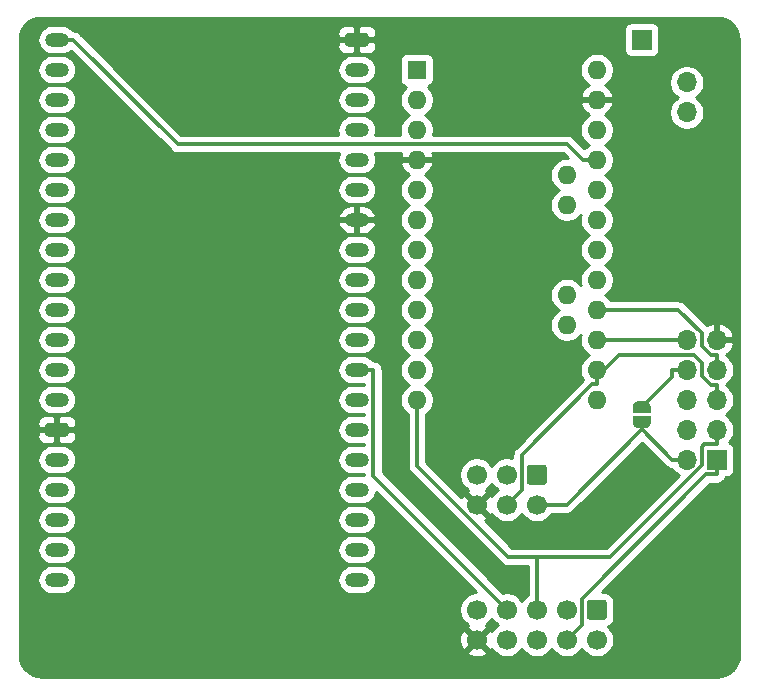
<source format=gbr>
%TF.GenerationSoftware,KiCad,Pcbnew,5.1.9+dfsg1-1*%
%TF.CreationDate,2022-02-22T21:23:52+01:00*%
%TF.ProjectId,PCB,5043422e-6b69-4636-9164-5f7063625858,rev?*%
%TF.SameCoordinates,Original*%
%TF.FileFunction,Copper,L1,Top*%
%TF.FilePolarity,Positive*%
%FSLAX46Y46*%
G04 Gerber Fmt 4.6, Leading zero omitted, Abs format (unit mm)*
G04 Created by KiCad (PCBNEW 5.1.9+dfsg1-1) date 2022-02-22 21:23:52*
%MOMM*%
%LPD*%
G01*
G04 APERTURE LIST*
%TA.AperFunction,ComponentPad*%
%ADD10O,1.600000X1.600000*%
%TD*%
%TA.AperFunction,ComponentPad*%
%ADD11R,1.600000X1.600000*%
%TD*%
%TA.AperFunction,ComponentPad*%
%ADD12O,2.000000X1.200000*%
%TD*%
%TA.AperFunction,SMDPad,CuDef*%
%ADD13C,0.100000*%
%TD*%
%TA.AperFunction,ComponentPad*%
%ADD14R,1.700000X1.700000*%
%TD*%
%TA.AperFunction,ComponentPad*%
%ADD15O,1.700000X1.700000*%
%TD*%
%TA.AperFunction,ComponentPad*%
%ADD16C,1.700000*%
%TD*%
%TA.AperFunction,Conductor*%
%ADD17C,0.300000*%
%TD*%
%TA.AperFunction,Conductor*%
%ADD18C,0.254000*%
%TD*%
%TA.AperFunction,Conductor*%
%ADD19C,0.100000*%
%TD*%
G04 APERTURE END LIST*
D10*
%TO.P,U2,A6*%
%TO.N,Net-(U2-PadA6)*%
X105410000Y-43180000D03*
%TO.P,U2,A7*%
%TO.N,Net-(U2-PadA7)*%
X105410000Y-40640000D03*
%TO.P,U2,A4*%
%TO.N,Net-(U2-PadA4)*%
X105410000Y-33020000D03*
%TO.P,U2,A5*%
%TO.N,Net-(U2-PadA5)*%
X105410000Y-30480000D03*
%TO.P,U2,24*%
%TO.N,Net-(U2-Pad24)*%
X107950000Y-21590000D03*
%TO.P,U2,23*%
%TO.N,GND*%
X107950000Y-24130000D03*
%TO.P,U2,22*%
%TO.N,/ARDUINO_RST*%
X107950000Y-26670000D03*
%TO.P,U2,12*%
%TO.N,/W2_HANDSHAKE*%
X92710000Y-49530000D03*
%TO.P,U2,21*%
%TO.N,+3V3*%
X107950000Y-29210000D03*
%TO.P,U2,11*%
%TO.N,Net-(U2-Pad11)*%
X92710000Y-46990000D03*
%TO.P,U2,20*%
%TO.N,Net-(U2-Pad20)*%
X107950000Y-31750000D03*
%TO.P,U2,10*%
%TO.N,Net-(U2-Pad10)*%
X92710000Y-44450000D03*
%TO.P,U2,19*%
%TO.N,Net-(U2-Pad19)*%
X107950000Y-34290000D03*
%TO.P,U2,9*%
%TO.N,Net-(U2-Pad9)*%
X92710000Y-41910000D03*
%TO.P,U2,18*%
%TO.N,Net-(U2-Pad18)*%
X107950000Y-36830000D03*
%TO.P,U2,8*%
%TO.N,Net-(U2-Pad8)*%
X92710000Y-39370000D03*
%TO.P,U2,17*%
%TO.N,Net-(U2-Pad17)*%
X107950000Y-39370000D03*
%TO.P,U2,7*%
%TO.N,Net-(U2-Pad7)*%
X92710000Y-36830000D03*
%TO.P,U2,16*%
%TO.N,/W2_SCK*%
X107950000Y-41910000D03*
%TO.P,U2,6*%
%TO.N,Net-(U2-Pad6)*%
X92710000Y-34290000D03*
%TO.P,U2,15*%
%TO.N,/W2_MISO*%
X107950000Y-44450000D03*
%TO.P,U2,5*%
%TO.N,Net-(U2-Pad5)*%
X92710000Y-31750000D03*
%TO.P,U2,14*%
%TO.N,/W2_MOSI*%
X107950000Y-46990000D03*
%TO.P,U2,4*%
%TO.N,GND*%
X92710000Y-29210000D03*
%TO.P,U2,13*%
%TO.N,/W2_CS*%
X107950000Y-49530000D03*
%TO.P,U2,3*%
%TO.N,/ARDUINO_RST*%
X92710000Y-26670000D03*
%TO.P,U2,2*%
%TO.N,/ARDUINO_RX*%
X92710000Y-24130000D03*
D11*
%TO.P,U2,1*%
%TO.N,/ARDUINO_TX*%
X92710000Y-21590000D03*
%TD*%
%TO.P,U1,38*%
%TO.N,GND*%
%TA.AperFunction,ComponentPad*%
G36*
G01*
X86933680Y-18452720D02*
X88333680Y-18452720D01*
G75*
G02*
X88633680Y-18752720I0J-300000D01*
G01*
X88633680Y-19352720D01*
G75*
G02*
X88333680Y-19652720I-300000J0D01*
G01*
X86933680Y-19652720D01*
G75*
G02*
X86633680Y-19352720I0J300000D01*
G01*
X86633680Y-18752720D01*
G75*
G02*
X86933680Y-18452720I300000J0D01*
G01*
G37*
%TD.AperFunction*%
D12*
%TO.P,U1,37*%
%TO.N,Net-(U1-Pad37)*%
X87633680Y-21592720D03*
%TO.P,U1,36*%
%TO.N,Net-(U1-Pad36)*%
X87633680Y-24132720D03*
%TO.P,U1,35*%
%TO.N,Net-(U1-Pad35)*%
X87633680Y-26672720D03*
%TO.P,U1,34*%
%TO.N,Net-(U1-Pad34)*%
X87633680Y-29212720D03*
%TO.P,U1,33*%
%TO.N,Net-(U1-Pad33)*%
X87633680Y-31752720D03*
%TO.P,U1,32*%
%TO.N,GND*%
X87633680Y-34292720D03*
%TO.P,U1,31*%
%TO.N,Net-(U1-Pad31)*%
X87633680Y-36832720D03*
%TO.P,U1,30*%
%TO.N,Net-(U1-Pad30)*%
X87633680Y-39372720D03*
%TO.P,U1,29*%
%TO.N,Net-(U1-Pad29)*%
X87633680Y-41912720D03*
%TO.P,U1,28*%
%TO.N,/ARDUINO_RX*%
X87633680Y-44452720D03*
%TO.P,U1,27*%
%TO.N,/ARDUINO_TX*%
X87633680Y-46992720D03*
%TO.P,U1,26*%
%TO.N,Net-(U1-Pad26)*%
X87633680Y-49532720D03*
%TO.P,U1,25*%
%TO.N,Net-(U1-Pad25)*%
X87633680Y-52072720D03*
%TO.P,U1,24*%
%TO.N,Net-(U1-Pad24)*%
X87633680Y-54612720D03*
%TO.P,U1,23*%
%TO.N,Net-(U1-Pad23)*%
X87633680Y-57152720D03*
%TO.P,U1,22*%
%TO.N,Net-(U1-Pad22)*%
X87633680Y-59692720D03*
%TO.P,U1,21*%
%TO.N,Net-(U1-Pad21)*%
X87630000Y-62230000D03*
%TO.P,U1,20*%
%TO.N,Net-(U1-Pad20)*%
X87630000Y-64770000D03*
%TO.P,U1,19*%
%TO.N,Net-(U1-Pad19)*%
X62233680Y-64772720D03*
%TO.P,U1,18*%
%TO.N,Net-(U1-Pad18)*%
X62233680Y-62232720D03*
%TO.P,U1,17*%
%TO.N,Net-(U1-Pad17)*%
X62233680Y-59692720D03*
%TO.P,U1,16*%
%TO.N,Net-(U1-Pad16)*%
X62233680Y-57152720D03*
%TO.P,U1,15*%
%TO.N,Net-(U1-Pad15)*%
X62233680Y-54612720D03*
%TO.P,U1,14*%
%TO.N,GND*%
%TA.AperFunction,ComponentPad*%
G36*
G01*
X61533680Y-51472720D02*
X62933680Y-51472720D01*
G75*
G02*
X63233680Y-51772720I0J-300000D01*
G01*
X63233680Y-52372720D01*
G75*
G02*
X62933680Y-52672720I-300000J0D01*
G01*
X61533680Y-52672720D01*
G75*
G02*
X61233680Y-52372720I0J300000D01*
G01*
X61233680Y-51772720D01*
G75*
G02*
X61533680Y-51472720I300000J0D01*
G01*
G37*
%TD.AperFunction*%
%TO.P,U1,13*%
%TO.N,Net-(U1-Pad13)*%
X62233680Y-49532720D03*
%TO.P,U1,12*%
%TO.N,Net-(U1-Pad12)*%
X62233680Y-46992720D03*
%TO.P,U1,11*%
%TO.N,Net-(U1-Pad11)*%
X62233680Y-44452720D03*
%TO.P,U1,10*%
%TO.N,Net-(U1-Pad10)*%
X62233680Y-41912720D03*
%TO.P,U1,9*%
%TO.N,Net-(U1-Pad9)*%
X62233680Y-39372720D03*
%TO.P,U1,8*%
%TO.N,Net-(U1-Pad8)*%
X62233680Y-36832720D03*
%TO.P,U1,7*%
%TO.N,Net-(U1-Pad7)*%
X62233680Y-34292720D03*
%TO.P,U1,6*%
%TO.N,Net-(U1-Pad6)*%
X62233680Y-31752720D03*
%TO.P,U1,5*%
%TO.N,Net-(U1-Pad5)*%
X62233680Y-29212720D03*
%TO.P,U1,4*%
%TO.N,Net-(U1-Pad4)*%
X62233680Y-26672720D03*
%TO.P,U1,3*%
%TO.N,Net-(U1-Pad3)*%
X62233680Y-24132720D03*
%TO.P,U1,2*%
%TO.N,Net-(U1-Pad2)*%
X62233680Y-21592720D03*
%TO.P,U1,1*%
%TO.N,+3V3*%
X62233680Y-19052720D03*
%TD*%
%TA.AperFunction,SMDPad,CuDef*%
D13*
%TO.P,JP1,2*%
%TO.N,Net-(J3-Pad8)*%
G36*
X111010602Y-50135000D02*
G01*
X111010602Y-50110466D01*
X111015412Y-50061635D01*
X111024984Y-50013510D01*
X111039228Y-49966555D01*
X111058005Y-49921222D01*
X111081136Y-49877949D01*
X111108396Y-49837150D01*
X111139524Y-49799221D01*
X111174221Y-49764524D01*
X111212150Y-49733396D01*
X111252949Y-49706136D01*
X111296222Y-49683005D01*
X111341555Y-49664228D01*
X111388510Y-49649984D01*
X111436635Y-49640412D01*
X111485466Y-49635602D01*
X111510000Y-49635602D01*
X111510000Y-49635000D01*
X112010000Y-49635000D01*
X112010000Y-49635602D01*
X112034534Y-49635602D01*
X112083365Y-49640412D01*
X112131490Y-49649984D01*
X112178445Y-49664228D01*
X112223778Y-49683005D01*
X112267051Y-49706136D01*
X112307850Y-49733396D01*
X112345779Y-49764524D01*
X112380476Y-49799221D01*
X112411604Y-49837150D01*
X112438864Y-49877949D01*
X112461995Y-49921222D01*
X112480772Y-49966555D01*
X112495016Y-50013510D01*
X112504588Y-50061635D01*
X112509398Y-50110466D01*
X112509398Y-50135000D01*
X112510000Y-50135000D01*
X112510000Y-50635000D01*
X111010000Y-50635000D01*
X111010000Y-50135000D01*
X111010602Y-50135000D01*
G37*
%TD.AperFunction*%
%TA.AperFunction,SMDPad,CuDef*%
%TO.P,JP1,1*%
%TO.N,+3V3*%
G36*
X112510000Y-50935000D02*
G01*
X112510000Y-51435000D01*
X112509398Y-51435000D01*
X112509398Y-51459534D01*
X112504588Y-51508365D01*
X112495016Y-51556490D01*
X112480772Y-51603445D01*
X112461995Y-51648778D01*
X112438864Y-51692051D01*
X112411604Y-51732850D01*
X112380476Y-51770779D01*
X112345779Y-51805476D01*
X112307850Y-51836604D01*
X112267051Y-51863864D01*
X112223778Y-51886995D01*
X112178445Y-51905772D01*
X112131490Y-51920016D01*
X112083365Y-51929588D01*
X112034534Y-51934398D01*
X112010000Y-51934398D01*
X112010000Y-51935000D01*
X111510000Y-51935000D01*
X111510000Y-51934398D01*
X111485466Y-51934398D01*
X111436635Y-51929588D01*
X111388510Y-51920016D01*
X111341555Y-51905772D01*
X111296222Y-51886995D01*
X111252949Y-51863864D01*
X111212150Y-51836604D01*
X111174221Y-51805476D01*
X111139524Y-51770779D01*
X111108396Y-51732850D01*
X111081136Y-51692051D01*
X111058005Y-51648778D01*
X111039228Y-51603445D01*
X111024984Y-51556490D01*
X111015412Y-51508365D01*
X111010602Y-51459534D01*
X111010602Y-51435000D01*
X111010000Y-51435000D01*
X111010000Y-50935000D01*
X112510000Y-50935000D01*
G37*
%TD.AperFunction*%
%TD*%
D14*
%TO.P,J3,1*%
%TO.N,/W2_CS*%
X118110000Y-54610000D03*
D15*
%TO.P,J3,2*%
%TO.N,+3V3*%
X115570000Y-54610000D03*
%TO.P,J3,3*%
%TO.N,/W2_HANDSHAKE*%
X118110000Y-52070000D03*
%TO.P,J3,4*%
%TO.N,Net-(J3-Pad4)*%
X115570000Y-52070000D03*
%TO.P,J3,5*%
%TO.N,/W2_MOSI*%
X118110000Y-49530000D03*
%TO.P,J3,6*%
%TO.N,Net-(J3-Pad6)*%
X115570000Y-49530000D03*
%TO.P,J3,7*%
%TO.N,/W2_SCK*%
X118110000Y-46990000D03*
%TO.P,J3,8*%
%TO.N,Net-(J3-Pad8)*%
X115570000Y-46990000D03*
%TO.P,J3,9*%
%TO.N,GND*%
X118110000Y-44450000D03*
%TO.P,J3,10*%
%TO.N,/W2_MISO*%
X115570000Y-44450000D03*
%TO.P,J3,11*%
%TO.N,Net-(J3-Pad11)*%
X115570000Y-25210000D03*
%TO.P,J3,12*%
%TO.N,Net-(AE1-Pad1)*%
X115570000Y-22670000D03*
%TD*%
%TO.P,J2,1*%
%TO.N,/W2_SCK*%
%TA.AperFunction,ComponentPad*%
G36*
G01*
X107350000Y-66460000D02*
X108550000Y-66460000D01*
G75*
G02*
X108800000Y-66710000I0J-250000D01*
G01*
X108800000Y-67910000D01*
G75*
G02*
X108550000Y-68160000I-250000J0D01*
G01*
X107350000Y-68160000D01*
G75*
G02*
X107100000Y-67910000I0J250000D01*
G01*
X107100000Y-66710000D01*
G75*
G02*
X107350000Y-66460000I250000J0D01*
G01*
G37*
%TD.AperFunction*%
D16*
%TO.P,J2,3*%
%TO.N,/W2_MOSI*%
X105410000Y-67310000D03*
%TO.P,J2,5*%
%TO.N,/W2_HANDSHAKE*%
X102870000Y-67310000D03*
%TO.P,J2,7*%
%TO.N,/ARDUINO_TX*%
X100330000Y-67310000D03*
%TO.P,J2,9*%
%TO.N,Net-(J2-Pad9)*%
X97790000Y-67310000D03*
%TO.P,J2,2*%
%TO.N,/W2_MISO*%
X107950000Y-69850000D03*
%TO.P,J2,4*%
%TO.N,/W2_CS*%
X105410000Y-69850000D03*
%TO.P,J2,6*%
%TO.N,/ARDUINO_RX*%
X102870000Y-69850000D03*
%TO.P,J2,8*%
%TO.N,Net-(J2-Pad8)*%
X100330000Y-69850000D03*
%TO.P,J2,10*%
%TO.N,GND*%
X97790000Y-69850000D03*
%TD*%
%TO.P,J1,6*%
%TO.N,GND*%
X97790000Y-58420000D03*
%TO.P,J1,4*%
%TO.N,/W2_MOSI*%
X100330000Y-58420000D03*
%TO.P,J1,2*%
%TO.N,+3V3*%
X102870000Y-58420000D03*
%TO.P,J1,5*%
%TO.N,/ARDUINO_RST*%
X97790000Y-55880000D03*
%TO.P,J1,3*%
%TO.N,/W2_SCK*%
X100330000Y-55880000D03*
%TO.P,J1,1*%
%TO.N,/W2_MISO*%
%TA.AperFunction,ComponentPad*%
G36*
G01*
X102270000Y-55030000D02*
X103470000Y-55030000D01*
G75*
G02*
X103720000Y-55280000I0J-250000D01*
G01*
X103720000Y-56480000D01*
G75*
G02*
X103470000Y-56730000I-250000J0D01*
G01*
X102270000Y-56730000D01*
G75*
G02*
X102020000Y-56480000I0J250000D01*
G01*
X102020000Y-55280000D01*
G75*
G02*
X102270000Y-55030000I250000J0D01*
G01*
G37*
%TD.AperFunction*%
%TD*%
D14*
%TO.P,AE1,1*%
%TO.N,Net-(AE1-Pad1)*%
X111760000Y-19050000D03*
%TD*%
D17*
%TO.N,/W2_MOSI*%
X118110000Y-49530000D02*
X118110000Y-48279700D01*
X107950000Y-47590100D02*
X109820100Y-45720000D01*
X109820100Y-45720000D02*
X116147400Y-45720000D01*
X116147400Y-45720000D02*
X116840000Y-46412600D01*
X116840000Y-46412600D02*
X116840000Y-47527800D01*
X116840000Y-47527800D02*
X117591900Y-48279700D01*
X117591900Y-48279700D02*
X118110000Y-48279700D01*
X107950000Y-47590100D02*
X107950000Y-48190300D01*
X107950000Y-46990000D02*
X107950000Y-47590100D01*
X100330000Y-58420000D02*
X101599400Y-57150600D01*
X101599400Y-57150600D02*
X101599400Y-54167800D01*
X101599400Y-54167800D02*
X107576900Y-48190300D01*
X107576900Y-48190300D02*
X107950000Y-48190300D01*
%TO.N,+3V3*%
X111760000Y-52050300D02*
X111760000Y-51435000D01*
X114457300Y-54610000D02*
X114319700Y-54610000D01*
X114319700Y-54610000D02*
X111760000Y-52050300D01*
X102870000Y-58420000D02*
X105390300Y-58420000D01*
X105390300Y-58420000D02*
X111760000Y-52050300D01*
X115570000Y-54610000D02*
X114457300Y-54610000D01*
X107950000Y-29210000D02*
X106749700Y-29210000D01*
X62233700Y-19052700D02*
X63634000Y-19052700D01*
X63634000Y-19052700D02*
X72451700Y-27870400D01*
X72451700Y-27870400D02*
X105410100Y-27870400D01*
X105410100Y-27870400D02*
X106749700Y-29210000D01*
%TO.N,/W2_SCK*%
X118110000Y-46990000D02*
X118110000Y-45739700D01*
X107950000Y-41910000D02*
X114862700Y-41910000D01*
X114862700Y-41910000D02*
X116820400Y-43867700D01*
X116820400Y-43867700D02*
X116820400Y-44968200D01*
X116820400Y-44968200D02*
X117591900Y-45739700D01*
X117591900Y-45739700D02*
X118110000Y-45739700D01*
%TO.N,/W2_MISO*%
X115570000Y-44450000D02*
X107950000Y-44450000D01*
%TO.N,/W2_CS*%
X118110000Y-54610000D02*
X118110000Y-55860300D01*
X105410000Y-69850000D02*
X106672300Y-68587700D01*
X106672300Y-68587700D02*
X106672300Y-66418300D01*
X106672300Y-66418300D02*
X117230300Y-55860300D01*
X117230300Y-55860300D02*
X118110000Y-55860300D01*
%TO.N,/ARDUINO_TX*%
X87633700Y-46992700D02*
X89034000Y-46992700D01*
X100330000Y-67310000D02*
X89034000Y-56014000D01*
X89034000Y-56014000D02*
X89034000Y-46992700D01*
%TO.N,/W2_HANDSHAKE*%
X102870000Y-62865000D02*
X100460000Y-62865000D01*
X100460000Y-62865000D02*
X92710000Y-55115000D01*
X92710000Y-55115000D02*
X92710000Y-49530000D01*
X118110000Y-53320300D02*
X117042800Y-53320300D01*
X117042800Y-53320300D02*
X116859600Y-53503500D01*
X116859600Y-53503500D02*
X116859600Y-55092900D01*
X116859600Y-55092900D02*
X109087500Y-62865000D01*
X109087500Y-62865000D02*
X102870000Y-62865000D01*
X102870000Y-67310000D02*
X102870000Y-62865000D01*
X118110000Y-52070000D02*
X118110000Y-53320300D01*
%TO.N,Net-(J3-Pad8)*%
X115570000Y-46990000D02*
X114319700Y-46990000D01*
X114319700Y-46990000D02*
X114319700Y-47575300D01*
X114319700Y-47575300D02*
X111760000Y-50135000D01*
%TD*%
D18*
%TO.N,GND*%
X118474545Y-17208909D02*
X118825208Y-17314780D01*
X119148625Y-17486744D01*
X119432484Y-17718254D01*
X119665965Y-18000486D01*
X119840183Y-18322695D01*
X119948502Y-18672614D01*
X119990000Y-19067443D01*
X119990001Y-71087711D01*
X119951091Y-71484545D01*
X119845220Y-71835206D01*
X119673257Y-72158623D01*
X119441748Y-72442482D01*
X119159514Y-72675965D01*
X118837304Y-72850184D01*
X118487385Y-72958502D01*
X118092557Y-73000000D01*
X60992279Y-73000000D01*
X60595455Y-72961091D01*
X60244794Y-72855220D01*
X59921377Y-72683257D01*
X59637518Y-72451748D01*
X59404035Y-72169514D01*
X59229816Y-71847304D01*
X59121498Y-71497385D01*
X59080000Y-71102557D01*
X59080000Y-70878397D01*
X96941208Y-70878397D01*
X97018843Y-71127472D01*
X97282883Y-71253371D01*
X97566411Y-71325339D01*
X97858531Y-71340611D01*
X98148019Y-71298599D01*
X98423747Y-71200919D01*
X98561157Y-71127472D01*
X98638792Y-70878397D01*
X97790000Y-70029605D01*
X96941208Y-70878397D01*
X59080000Y-70878397D01*
X59080000Y-69918531D01*
X96299389Y-69918531D01*
X96341401Y-70208019D01*
X96439081Y-70483747D01*
X96512528Y-70621157D01*
X96761603Y-70698792D01*
X97610395Y-69850000D01*
X96761603Y-69001208D01*
X96512528Y-69078843D01*
X96386629Y-69342883D01*
X96314661Y-69626411D01*
X96299389Y-69918531D01*
X59080000Y-69918531D01*
X59080000Y-64772720D01*
X60592705Y-64772720D01*
X60616550Y-65014822D01*
X60687169Y-65247621D01*
X60801847Y-65462169D01*
X60956178Y-65650222D01*
X61144231Y-65804553D01*
X61358779Y-65919231D01*
X61591578Y-65989850D01*
X61773015Y-66007720D01*
X62694345Y-66007720D01*
X62875782Y-65989850D01*
X63108581Y-65919231D01*
X63323129Y-65804553D01*
X63511182Y-65650222D01*
X63665513Y-65462169D01*
X63780191Y-65247621D01*
X63850810Y-65014822D01*
X63874655Y-64772720D01*
X63874388Y-64770000D01*
X85989025Y-64770000D01*
X86012870Y-65012102D01*
X86083489Y-65244901D01*
X86198167Y-65459449D01*
X86352498Y-65647502D01*
X86540551Y-65801833D01*
X86755099Y-65916511D01*
X86987898Y-65987130D01*
X87169335Y-66005000D01*
X88090665Y-66005000D01*
X88272102Y-65987130D01*
X88504901Y-65916511D01*
X88719449Y-65801833D01*
X88907502Y-65647502D01*
X89061833Y-65459449D01*
X89176511Y-65244901D01*
X89247130Y-65012102D01*
X89270975Y-64770000D01*
X89247130Y-64527898D01*
X89176511Y-64295099D01*
X89061833Y-64080551D01*
X88907502Y-63892498D01*
X88719449Y-63738167D01*
X88504901Y-63623489D01*
X88272102Y-63552870D01*
X88090665Y-63535000D01*
X87169335Y-63535000D01*
X86987898Y-63552870D01*
X86755099Y-63623489D01*
X86540551Y-63738167D01*
X86352498Y-63892498D01*
X86198167Y-64080551D01*
X86083489Y-64295099D01*
X86012870Y-64527898D01*
X85989025Y-64770000D01*
X63874388Y-64770000D01*
X63850810Y-64530618D01*
X63780191Y-64297819D01*
X63665513Y-64083271D01*
X63511182Y-63895218D01*
X63323129Y-63740887D01*
X63108581Y-63626209D01*
X62875782Y-63555590D01*
X62694345Y-63537720D01*
X61773015Y-63537720D01*
X61591578Y-63555590D01*
X61358779Y-63626209D01*
X61144231Y-63740887D01*
X60956178Y-63895218D01*
X60801847Y-64083271D01*
X60687169Y-64297819D01*
X60616550Y-64530618D01*
X60592705Y-64772720D01*
X59080000Y-64772720D01*
X59080000Y-62232720D01*
X60592705Y-62232720D01*
X60616550Y-62474822D01*
X60687169Y-62707621D01*
X60801847Y-62922169D01*
X60956178Y-63110222D01*
X61144231Y-63264553D01*
X61358779Y-63379231D01*
X61591578Y-63449850D01*
X61773015Y-63467720D01*
X62694345Y-63467720D01*
X62875782Y-63449850D01*
X63108581Y-63379231D01*
X63323129Y-63264553D01*
X63511182Y-63110222D01*
X63665513Y-62922169D01*
X63780191Y-62707621D01*
X63850810Y-62474822D01*
X63874655Y-62232720D01*
X63874388Y-62230000D01*
X85989025Y-62230000D01*
X86012870Y-62472102D01*
X86083489Y-62704901D01*
X86198167Y-62919449D01*
X86352498Y-63107502D01*
X86540551Y-63261833D01*
X86755099Y-63376511D01*
X86987898Y-63447130D01*
X87169335Y-63465000D01*
X88090665Y-63465000D01*
X88272102Y-63447130D01*
X88504901Y-63376511D01*
X88719449Y-63261833D01*
X88907502Y-63107502D01*
X89061833Y-62919449D01*
X89176511Y-62704901D01*
X89247130Y-62472102D01*
X89270975Y-62230000D01*
X89247130Y-61987898D01*
X89176511Y-61755099D01*
X89061833Y-61540551D01*
X88907502Y-61352498D01*
X88719449Y-61198167D01*
X88504901Y-61083489D01*
X88272102Y-61012870D01*
X88090665Y-60995000D01*
X87169335Y-60995000D01*
X86987898Y-61012870D01*
X86755099Y-61083489D01*
X86540551Y-61198167D01*
X86352498Y-61352498D01*
X86198167Y-61540551D01*
X86083489Y-61755099D01*
X86012870Y-61987898D01*
X85989025Y-62230000D01*
X63874388Y-62230000D01*
X63850810Y-61990618D01*
X63780191Y-61757819D01*
X63665513Y-61543271D01*
X63511182Y-61355218D01*
X63323129Y-61200887D01*
X63108581Y-61086209D01*
X62875782Y-61015590D01*
X62694345Y-60997720D01*
X61773015Y-60997720D01*
X61591578Y-61015590D01*
X61358779Y-61086209D01*
X61144231Y-61200887D01*
X60956178Y-61355218D01*
X60801847Y-61543271D01*
X60687169Y-61757819D01*
X60616550Y-61990618D01*
X60592705Y-62232720D01*
X59080000Y-62232720D01*
X59080000Y-59692720D01*
X60592705Y-59692720D01*
X60616550Y-59934822D01*
X60687169Y-60167621D01*
X60801847Y-60382169D01*
X60956178Y-60570222D01*
X61144231Y-60724553D01*
X61358779Y-60839231D01*
X61591578Y-60909850D01*
X61773015Y-60927720D01*
X62694345Y-60927720D01*
X62875782Y-60909850D01*
X63108581Y-60839231D01*
X63323129Y-60724553D01*
X63511182Y-60570222D01*
X63665513Y-60382169D01*
X63780191Y-60167621D01*
X63850810Y-59934822D01*
X63874655Y-59692720D01*
X85992705Y-59692720D01*
X86016550Y-59934822D01*
X86087169Y-60167621D01*
X86201847Y-60382169D01*
X86356178Y-60570222D01*
X86544231Y-60724553D01*
X86758779Y-60839231D01*
X86991578Y-60909850D01*
X87173015Y-60927720D01*
X88094345Y-60927720D01*
X88275782Y-60909850D01*
X88508581Y-60839231D01*
X88723129Y-60724553D01*
X88911182Y-60570222D01*
X89065513Y-60382169D01*
X89180191Y-60167621D01*
X89250810Y-59934822D01*
X89274655Y-59692720D01*
X89250810Y-59450618D01*
X89180191Y-59217819D01*
X89065513Y-59003271D01*
X88911182Y-58815218D01*
X88723129Y-58660887D01*
X88508581Y-58546209D01*
X88275782Y-58475590D01*
X88094345Y-58457720D01*
X87173015Y-58457720D01*
X86991578Y-58475590D01*
X86758779Y-58546209D01*
X86544231Y-58660887D01*
X86356178Y-58815218D01*
X86201847Y-59003271D01*
X86087169Y-59217819D01*
X86016550Y-59450618D01*
X85992705Y-59692720D01*
X63874655Y-59692720D01*
X63850810Y-59450618D01*
X63780191Y-59217819D01*
X63665513Y-59003271D01*
X63511182Y-58815218D01*
X63323129Y-58660887D01*
X63108581Y-58546209D01*
X62875782Y-58475590D01*
X62694345Y-58457720D01*
X61773015Y-58457720D01*
X61591578Y-58475590D01*
X61358779Y-58546209D01*
X61144231Y-58660887D01*
X60956178Y-58815218D01*
X60801847Y-59003271D01*
X60687169Y-59217819D01*
X60616550Y-59450618D01*
X60592705Y-59692720D01*
X59080000Y-59692720D01*
X59080000Y-57152720D01*
X60592705Y-57152720D01*
X60616550Y-57394822D01*
X60687169Y-57627621D01*
X60801847Y-57842169D01*
X60956178Y-58030222D01*
X61144231Y-58184553D01*
X61358779Y-58299231D01*
X61591578Y-58369850D01*
X61773015Y-58387720D01*
X62694345Y-58387720D01*
X62875782Y-58369850D01*
X63108581Y-58299231D01*
X63323129Y-58184553D01*
X63511182Y-58030222D01*
X63665513Y-57842169D01*
X63780191Y-57627621D01*
X63850810Y-57394822D01*
X63874655Y-57152720D01*
X63850810Y-56910618D01*
X63780191Y-56677819D01*
X63665513Y-56463271D01*
X63511182Y-56275218D01*
X63323129Y-56120887D01*
X63108581Y-56006209D01*
X62875782Y-55935590D01*
X62694345Y-55917720D01*
X61773015Y-55917720D01*
X61591578Y-55935590D01*
X61358779Y-56006209D01*
X61144231Y-56120887D01*
X60956178Y-56275218D01*
X60801847Y-56463271D01*
X60687169Y-56677819D01*
X60616550Y-56910618D01*
X60592705Y-57152720D01*
X59080000Y-57152720D01*
X59080000Y-54612720D01*
X60592705Y-54612720D01*
X60616550Y-54854822D01*
X60687169Y-55087621D01*
X60801847Y-55302169D01*
X60956178Y-55490222D01*
X61144231Y-55644553D01*
X61358779Y-55759231D01*
X61591578Y-55829850D01*
X61773015Y-55847720D01*
X62694345Y-55847720D01*
X62875782Y-55829850D01*
X63108581Y-55759231D01*
X63323129Y-55644553D01*
X63511182Y-55490222D01*
X63665513Y-55302169D01*
X63780191Y-55087621D01*
X63850810Y-54854822D01*
X63874655Y-54612720D01*
X63850810Y-54370618D01*
X63780191Y-54137819D01*
X63665513Y-53923271D01*
X63511182Y-53735218D01*
X63323129Y-53580887D01*
X63108581Y-53466209D01*
X62875782Y-53395590D01*
X62694345Y-53377720D01*
X61773015Y-53377720D01*
X61591578Y-53395590D01*
X61358779Y-53466209D01*
X61144231Y-53580887D01*
X60956178Y-53735218D01*
X60801847Y-53923271D01*
X60687169Y-54137819D01*
X60616550Y-54370618D01*
X60592705Y-54612720D01*
X59080000Y-54612720D01*
X59080000Y-52672720D01*
X60595608Y-52672720D01*
X60607868Y-52797202D01*
X60644178Y-52916900D01*
X60703143Y-53027214D01*
X60782495Y-53123905D01*
X60879186Y-53203257D01*
X60989500Y-53262222D01*
X61109198Y-53298532D01*
X61233680Y-53310792D01*
X61947930Y-53307720D01*
X62106680Y-53148970D01*
X62106680Y-52199720D01*
X62360680Y-52199720D01*
X62360680Y-53148970D01*
X62519430Y-53307720D01*
X63233680Y-53310792D01*
X63358162Y-53298532D01*
X63477860Y-53262222D01*
X63588174Y-53203257D01*
X63684865Y-53123905D01*
X63764217Y-53027214D01*
X63823182Y-52916900D01*
X63859492Y-52797202D01*
X63871752Y-52672720D01*
X63868680Y-52358470D01*
X63709930Y-52199720D01*
X62360680Y-52199720D01*
X62106680Y-52199720D01*
X60757430Y-52199720D01*
X60598680Y-52358470D01*
X60595608Y-52672720D01*
X59080000Y-52672720D01*
X59080000Y-51472720D01*
X60595608Y-51472720D01*
X60598680Y-51786970D01*
X60757430Y-51945720D01*
X62106680Y-51945720D01*
X62106680Y-50996470D01*
X62360680Y-50996470D01*
X62360680Y-51945720D01*
X63709930Y-51945720D01*
X63868680Y-51786970D01*
X63871752Y-51472720D01*
X63859492Y-51348238D01*
X63823182Y-51228540D01*
X63764217Y-51118226D01*
X63684865Y-51021535D01*
X63588174Y-50942183D01*
X63477860Y-50883218D01*
X63358162Y-50846908D01*
X63233680Y-50834648D01*
X62519430Y-50837720D01*
X62360680Y-50996470D01*
X62106680Y-50996470D01*
X61947930Y-50837720D01*
X61233680Y-50834648D01*
X61109198Y-50846908D01*
X60989500Y-50883218D01*
X60879186Y-50942183D01*
X60782495Y-51021535D01*
X60703143Y-51118226D01*
X60644178Y-51228540D01*
X60607868Y-51348238D01*
X60595608Y-51472720D01*
X59080000Y-51472720D01*
X59080000Y-49532720D01*
X60592705Y-49532720D01*
X60616550Y-49774822D01*
X60687169Y-50007621D01*
X60801847Y-50222169D01*
X60956178Y-50410222D01*
X61144231Y-50564553D01*
X61358779Y-50679231D01*
X61591578Y-50749850D01*
X61773015Y-50767720D01*
X62694345Y-50767720D01*
X62875782Y-50749850D01*
X63108581Y-50679231D01*
X63323129Y-50564553D01*
X63511182Y-50410222D01*
X63665513Y-50222169D01*
X63780191Y-50007621D01*
X63850810Y-49774822D01*
X63874655Y-49532720D01*
X63850810Y-49290618D01*
X63780191Y-49057819D01*
X63665513Y-48843271D01*
X63511182Y-48655218D01*
X63323129Y-48500887D01*
X63108581Y-48386209D01*
X62875782Y-48315590D01*
X62694345Y-48297720D01*
X61773015Y-48297720D01*
X61591578Y-48315590D01*
X61358779Y-48386209D01*
X61144231Y-48500887D01*
X60956178Y-48655218D01*
X60801847Y-48843271D01*
X60687169Y-49057819D01*
X60616550Y-49290618D01*
X60592705Y-49532720D01*
X59080000Y-49532720D01*
X59080000Y-46992720D01*
X60592705Y-46992720D01*
X60616550Y-47234822D01*
X60687169Y-47467621D01*
X60801847Y-47682169D01*
X60956178Y-47870222D01*
X61144231Y-48024553D01*
X61358779Y-48139231D01*
X61591578Y-48209850D01*
X61773015Y-48227720D01*
X62694345Y-48227720D01*
X62875782Y-48209850D01*
X63108581Y-48139231D01*
X63323129Y-48024553D01*
X63511182Y-47870222D01*
X63665513Y-47682169D01*
X63780191Y-47467621D01*
X63850810Y-47234822D01*
X63874655Y-46992720D01*
X63850810Y-46750618D01*
X63780191Y-46517819D01*
X63665513Y-46303271D01*
X63511182Y-46115218D01*
X63323129Y-45960887D01*
X63108581Y-45846209D01*
X62875782Y-45775590D01*
X62694345Y-45757720D01*
X61773015Y-45757720D01*
X61591578Y-45775590D01*
X61358779Y-45846209D01*
X61144231Y-45960887D01*
X60956178Y-46115218D01*
X60801847Y-46303271D01*
X60687169Y-46517819D01*
X60616550Y-46750618D01*
X60592705Y-46992720D01*
X59080000Y-46992720D01*
X59080000Y-44452720D01*
X60592705Y-44452720D01*
X60616550Y-44694822D01*
X60687169Y-44927621D01*
X60801847Y-45142169D01*
X60956178Y-45330222D01*
X61144231Y-45484553D01*
X61358779Y-45599231D01*
X61591578Y-45669850D01*
X61773015Y-45687720D01*
X62694345Y-45687720D01*
X62875782Y-45669850D01*
X63108581Y-45599231D01*
X63323129Y-45484553D01*
X63511182Y-45330222D01*
X63665513Y-45142169D01*
X63780191Y-44927621D01*
X63850810Y-44694822D01*
X63874655Y-44452720D01*
X85992705Y-44452720D01*
X86016550Y-44694822D01*
X86087169Y-44927621D01*
X86201847Y-45142169D01*
X86356178Y-45330222D01*
X86544231Y-45484553D01*
X86758779Y-45599231D01*
X86991578Y-45669850D01*
X87173015Y-45687720D01*
X88094345Y-45687720D01*
X88275782Y-45669850D01*
X88508581Y-45599231D01*
X88723129Y-45484553D01*
X88911182Y-45330222D01*
X89065513Y-45142169D01*
X89180191Y-44927621D01*
X89250810Y-44694822D01*
X89274655Y-44452720D01*
X89250810Y-44210618D01*
X89180191Y-43977819D01*
X89065513Y-43763271D01*
X88911182Y-43575218D01*
X88723129Y-43420887D01*
X88508581Y-43306209D01*
X88275782Y-43235590D01*
X88094345Y-43217720D01*
X87173015Y-43217720D01*
X86991578Y-43235590D01*
X86758779Y-43306209D01*
X86544231Y-43420887D01*
X86356178Y-43575218D01*
X86201847Y-43763271D01*
X86087169Y-43977819D01*
X86016550Y-44210618D01*
X85992705Y-44452720D01*
X63874655Y-44452720D01*
X63850810Y-44210618D01*
X63780191Y-43977819D01*
X63665513Y-43763271D01*
X63511182Y-43575218D01*
X63323129Y-43420887D01*
X63108581Y-43306209D01*
X62875782Y-43235590D01*
X62694345Y-43217720D01*
X61773015Y-43217720D01*
X61591578Y-43235590D01*
X61358779Y-43306209D01*
X61144231Y-43420887D01*
X60956178Y-43575218D01*
X60801847Y-43763271D01*
X60687169Y-43977819D01*
X60616550Y-44210618D01*
X60592705Y-44452720D01*
X59080000Y-44452720D01*
X59080000Y-41912720D01*
X60592705Y-41912720D01*
X60616550Y-42154822D01*
X60687169Y-42387621D01*
X60801847Y-42602169D01*
X60956178Y-42790222D01*
X61144231Y-42944553D01*
X61358779Y-43059231D01*
X61591578Y-43129850D01*
X61773015Y-43147720D01*
X62694345Y-43147720D01*
X62875782Y-43129850D01*
X63108581Y-43059231D01*
X63323129Y-42944553D01*
X63511182Y-42790222D01*
X63665513Y-42602169D01*
X63780191Y-42387621D01*
X63850810Y-42154822D01*
X63874655Y-41912720D01*
X85992705Y-41912720D01*
X86016550Y-42154822D01*
X86087169Y-42387621D01*
X86201847Y-42602169D01*
X86356178Y-42790222D01*
X86544231Y-42944553D01*
X86758779Y-43059231D01*
X86991578Y-43129850D01*
X87173015Y-43147720D01*
X88094345Y-43147720D01*
X88275782Y-43129850D01*
X88508581Y-43059231D01*
X88723129Y-42944553D01*
X88911182Y-42790222D01*
X89065513Y-42602169D01*
X89180191Y-42387621D01*
X89250810Y-42154822D01*
X89274655Y-41912720D01*
X89250810Y-41670618D01*
X89180191Y-41437819D01*
X89065513Y-41223271D01*
X88911182Y-41035218D01*
X88723129Y-40880887D01*
X88508581Y-40766209D01*
X88275782Y-40695590D01*
X88094345Y-40677720D01*
X87173015Y-40677720D01*
X86991578Y-40695590D01*
X86758779Y-40766209D01*
X86544231Y-40880887D01*
X86356178Y-41035218D01*
X86201847Y-41223271D01*
X86087169Y-41437819D01*
X86016550Y-41670618D01*
X85992705Y-41912720D01*
X63874655Y-41912720D01*
X63850810Y-41670618D01*
X63780191Y-41437819D01*
X63665513Y-41223271D01*
X63511182Y-41035218D01*
X63323129Y-40880887D01*
X63108581Y-40766209D01*
X62875782Y-40695590D01*
X62694345Y-40677720D01*
X61773015Y-40677720D01*
X61591578Y-40695590D01*
X61358779Y-40766209D01*
X61144231Y-40880887D01*
X60956178Y-41035218D01*
X60801847Y-41223271D01*
X60687169Y-41437819D01*
X60616550Y-41670618D01*
X60592705Y-41912720D01*
X59080000Y-41912720D01*
X59080000Y-39372720D01*
X60592705Y-39372720D01*
X60616550Y-39614822D01*
X60687169Y-39847621D01*
X60801847Y-40062169D01*
X60956178Y-40250222D01*
X61144231Y-40404553D01*
X61358779Y-40519231D01*
X61591578Y-40589850D01*
X61773015Y-40607720D01*
X62694345Y-40607720D01*
X62875782Y-40589850D01*
X63108581Y-40519231D01*
X63323129Y-40404553D01*
X63511182Y-40250222D01*
X63665513Y-40062169D01*
X63780191Y-39847621D01*
X63850810Y-39614822D01*
X63874655Y-39372720D01*
X85992705Y-39372720D01*
X86016550Y-39614822D01*
X86087169Y-39847621D01*
X86201847Y-40062169D01*
X86356178Y-40250222D01*
X86544231Y-40404553D01*
X86758779Y-40519231D01*
X86991578Y-40589850D01*
X87173015Y-40607720D01*
X88094345Y-40607720D01*
X88275782Y-40589850D01*
X88508581Y-40519231D01*
X88723129Y-40404553D01*
X88911182Y-40250222D01*
X89065513Y-40062169D01*
X89180191Y-39847621D01*
X89250810Y-39614822D01*
X89274655Y-39372720D01*
X89250810Y-39130618D01*
X89180191Y-38897819D01*
X89065513Y-38683271D01*
X88911182Y-38495218D01*
X88723129Y-38340887D01*
X88508581Y-38226209D01*
X88275782Y-38155590D01*
X88094345Y-38137720D01*
X87173015Y-38137720D01*
X86991578Y-38155590D01*
X86758779Y-38226209D01*
X86544231Y-38340887D01*
X86356178Y-38495218D01*
X86201847Y-38683271D01*
X86087169Y-38897819D01*
X86016550Y-39130618D01*
X85992705Y-39372720D01*
X63874655Y-39372720D01*
X63850810Y-39130618D01*
X63780191Y-38897819D01*
X63665513Y-38683271D01*
X63511182Y-38495218D01*
X63323129Y-38340887D01*
X63108581Y-38226209D01*
X62875782Y-38155590D01*
X62694345Y-38137720D01*
X61773015Y-38137720D01*
X61591578Y-38155590D01*
X61358779Y-38226209D01*
X61144231Y-38340887D01*
X60956178Y-38495218D01*
X60801847Y-38683271D01*
X60687169Y-38897819D01*
X60616550Y-39130618D01*
X60592705Y-39372720D01*
X59080000Y-39372720D01*
X59080000Y-36832720D01*
X60592705Y-36832720D01*
X60616550Y-37074822D01*
X60687169Y-37307621D01*
X60801847Y-37522169D01*
X60956178Y-37710222D01*
X61144231Y-37864553D01*
X61358779Y-37979231D01*
X61591578Y-38049850D01*
X61773015Y-38067720D01*
X62694345Y-38067720D01*
X62875782Y-38049850D01*
X63108581Y-37979231D01*
X63323129Y-37864553D01*
X63511182Y-37710222D01*
X63665513Y-37522169D01*
X63780191Y-37307621D01*
X63850810Y-37074822D01*
X63874655Y-36832720D01*
X85992705Y-36832720D01*
X86016550Y-37074822D01*
X86087169Y-37307621D01*
X86201847Y-37522169D01*
X86356178Y-37710222D01*
X86544231Y-37864553D01*
X86758779Y-37979231D01*
X86991578Y-38049850D01*
X87173015Y-38067720D01*
X88094345Y-38067720D01*
X88275782Y-38049850D01*
X88508581Y-37979231D01*
X88723129Y-37864553D01*
X88911182Y-37710222D01*
X89065513Y-37522169D01*
X89180191Y-37307621D01*
X89250810Y-37074822D01*
X89274655Y-36832720D01*
X89250810Y-36590618D01*
X89180191Y-36357819D01*
X89065513Y-36143271D01*
X88911182Y-35955218D01*
X88723129Y-35800887D01*
X88508581Y-35686209D01*
X88275782Y-35615590D01*
X88094345Y-35597720D01*
X87173015Y-35597720D01*
X86991578Y-35615590D01*
X86758779Y-35686209D01*
X86544231Y-35800887D01*
X86356178Y-35955218D01*
X86201847Y-36143271D01*
X86087169Y-36357819D01*
X86016550Y-36590618D01*
X85992705Y-36832720D01*
X63874655Y-36832720D01*
X63850810Y-36590618D01*
X63780191Y-36357819D01*
X63665513Y-36143271D01*
X63511182Y-35955218D01*
X63323129Y-35800887D01*
X63108581Y-35686209D01*
X62875782Y-35615590D01*
X62694345Y-35597720D01*
X61773015Y-35597720D01*
X61591578Y-35615590D01*
X61358779Y-35686209D01*
X61144231Y-35800887D01*
X60956178Y-35955218D01*
X60801847Y-36143271D01*
X60687169Y-36357819D01*
X60616550Y-36590618D01*
X60592705Y-36832720D01*
X59080000Y-36832720D01*
X59080000Y-34292720D01*
X60592705Y-34292720D01*
X60616550Y-34534822D01*
X60687169Y-34767621D01*
X60801847Y-34982169D01*
X60956178Y-35170222D01*
X61144231Y-35324553D01*
X61358779Y-35439231D01*
X61591578Y-35509850D01*
X61773015Y-35527720D01*
X62694345Y-35527720D01*
X62875782Y-35509850D01*
X63108581Y-35439231D01*
X63323129Y-35324553D01*
X63511182Y-35170222D01*
X63665513Y-34982169D01*
X63780191Y-34767621D01*
X63827905Y-34610329D01*
X86040218Y-34610329D01*
X86044089Y-34648002D01*
X86136259Y-34873253D01*
X86270602Y-35076194D01*
X86441955Y-35249027D01*
X86643734Y-35385110D01*
X86868184Y-35479213D01*
X87106680Y-35527720D01*
X87506680Y-35527720D01*
X87506680Y-34419720D01*
X87760680Y-34419720D01*
X87760680Y-35527720D01*
X88160680Y-35527720D01*
X88399176Y-35479213D01*
X88623626Y-35385110D01*
X88825405Y-35249027D01*
X88996758Y-35076194D01*
X89131101Y-34873253D01*
X89223271Y-34648002D01*
X89227142Y-34610329D01*
X89102411Y-34419720D01*
X87760680Y-34419720D01*
X87506680Y-34419720D01*
X86164949Y-34419720D01*
X86040218Y-34610329D01*
X63827905Y-34610329D01*
X63850810Y-34534822D01*
X63874655Y-34292720D01*
X63850810Y-34050618D01*
X63827906Y-33975111D01*
X86040218Y-33975111D01*
X86164949Y-34165720D01*
X87506680Y-34165720D01*
X87506680Y-33057720D01*
X87760680Y-33057720D01*
X87760680Y-34165720D01*
X89102411Y-34165720D01*
X89227142Y-33975111D01*
X89223271Y-33937438D01*
X89131101Y-33712187D01*
X88996758Y-33509246D01*
X88825405Y-33336413D01*
X88623626Y-33200330D01*
X88399176Y-33106227D01*
X88160680Y-33057720D01*
X87760680Y-33057720D01*
X87506680Y-33057720D01*
X87106680Y-33057720D01*
X86868184Y-33106227D01*
X86643734Y-33200330D01*
X86441955Y-33336413D01*
X86270602Y-33509246D01*
X86136259Y-33712187D01*
X86044089Y-33937438D01*
X86040218Y-33975111D01*
X63827906Y-33975111D01*
X63780191Y-33817819D01*
X63665513Y-33603271D01*
X63511182Y-33415218D01*
X63323129Y-33260887D01*
X63108581Y-33146209D01*
X62875782Y-33075590D01*
X62694345Y-33057720D01*
X61773015Y-33057720D01*
X61591578Y-33075590D01*
X61358779Y-33146209D01*
X61144231Y-33260887D01*
X60956178Y-33415218D01*
X60801847Y-33603271D01*
X60687169Y-33817819D01*
X60616550Y-34050618D01*
X60592705Y-34292720D01*
X59080000Y-34292720D01*
X59080000Y-31752720D01*
X60592705Y-31752720D01*
X60616550Y-31994822D01*
X60687169Y-32227621D01*
X60801847Y-32442169D01*
X60956178Y-32630222D01*
X61144231Y-32784553D01*
X61358779Y-32899231D01*
X61591578Y-32969850D01*
X61773015Y-32987720D01*
X62694345Y-32987720D01*
X62875782Y-32969850D01*
X63108581Y-32899231D01*
X63323129Y-32784553D01*
X63511182Y-32630222D01*
X63665513Y-32442169D01*
X63780191Y-32227621D01*
X63850810Y-31994822D01*
X63874655Y-31752720D01*
X85992705Y-31752720D01*
X86016550Y-31994822D01*
X86087169Y-32227621D01*
X86201847Y-32442169D01*
X86356178Y-32630222D01*
X86544231Y-32784553D01*
X86758779Y-32899231D01*
X86991578Y-32969850D01*
X87173015Y-32987720D01*
X88094345Y-32987720D01*
X88275782Y-32969850D01*
X88508581Y-32899231D01*
X88723129Y-32784553D01*
X88911182Y-32630222D01*
X89065513Y-32442169D01*
X89180191Y-32227621D01*
X89250810Y-31994822D01*
X89274655Y-31752720D01*
X89250810Y-31510618D01*
X89180191Y-31277819D01*
X89065513Y-31063271D01*
X88911182Y-30875218D01*
X88723129Y-30720887D01*
X88508581Y-30606209D01*
X88275782Y-30535590D01*
X88094345Y-30517720D01*
X87173015Y-30517720D01*
X86991578Y-30535590D01*
X86758779Y-30606209D01*
X86544231Y-30720887D01*
X86356178Y-30875218D01*
X86201847Y-31063271D01*
X86087169Y-31277819D01*
X86016550Y-31510618D01*
X85992705Y-31752720D01*
X63874655Y-31752720D01*
X63850810Y-31510618D01*
X63780191Y-31277819D01*
X63665513Y-31063271D01*
X63511182Y-30875218D01*
X63323129Y-30720887D01*
X63108581Y-30606209D01*
X62875782Y-30535590D01*
X62694345Y-30517720D01*
X61773015Y-30517720D01*
X61591578Y-30535590D01*
X61358779Y-30606209D01*
X61144231Y-30720887D01*
X60956178Y-30875218D01*
X60801847Y-31063271D01*
X60687169Y-31277819D01*
X60616550Y-31510618D01*
X60592705Y-31752720D01*
X59080000Y-31752720D01*
X59080000Y-29212720D01*
X60592705Y-29212720D01*
X60616550Y-29454822D01*
X60687169Y-29687621D01*
X60801847Y-29902169D01*
X60956178Y-30090222D01*
X61144231Y-30244553D01*
X61358779Y-30359231D01*
X61591578Y-30429850D01*
X61773015Y-30447720D01*
X62694345Y-30447720D01*
X62875782Y-30429850D01*
X63108581Y-30359231D01*
X63323129Y-30244553D01*
X63511182Y-30090222D01*
X63665513Y-29902169D01*
X63780191Y-29687621D01*
X63850810Y-29454822D01*
X63874655Y-29212720D01*
X63850810Y-28970618D01*
X63780191Y-28737819D01*
X63665513Y-28523271D01*
X63511182Y-28335218D01*
X63323129Y-28180887D01*
X63108581Y-28066209D01*
X62875782Y-27995590D01*
X62694345Y-27977720D01*
X61773015Y-27977720D01*
X61591578Y-27995590D01*
X61358779Y-28066209D01*
X61144231Y-28180887D01*
X60956178Y-28335218D01*
X60801847Y-28523271D01*
X60687169Y-28737819D01*
X60616550Y-28970618D01*
X60592705Y-29212720D01*
X59080000Y-29212720D01*
X59080000Y-26672720D01*
X60592705Y-26672720D01*
X60616550Y-26914822D01*
X60687169Y-27147621D01*
X60801847Y-27362169D01*
X60956178Y-27550222D01*
X61144231Y-27704553D01*
X61358779Y-27819231D01*
X61591578Y-27889850D01*
X61773015Y-27907720D01*
X62694345Y-27907720D01*
X62875782Y-27889850D01*
X63108581Y-27819231D01*
X63323129Y-27704553D01*
X63511182Y-27550222D01*
X63665513Y-27362169D01*
X63780191Y-27147621D01*
X63850810Y-26914822D01*
X63874655Y-26672720D01*
X63850810Y-26430618D01*
X63780191Y-26197819D01*
X63665513Y-25983271D01*
X63511182Y-25795218D01*
X63323129Y-25640887D01*
X63108581Y-25526209D01*
X62875782Y-25455590D01*
X62694345Y-25437720D01*
X61773015Y-25437720D01*
X61591578Y-25455590D01*
X61358779Y-25526209D01*
X61144231Y-25640887D01*
X60956178Y-25795218D01*
X60801847Y-25983271D01*
X60687169Y-26197819D01*
X60616550Y-26430618D01*
X60592705Y-26672720D01*
X59080000Y-26672720D01*
X59080000Y-24132720D01*
X60592705Y-24132720D01*
X60616550Y-24374822D01*
X60687169Y-24607621D01*
X60801847Y-24822169D01*
X60956178Y-25010222D01*
X61144231Y-25164553D01*
X61358779Y-25279231D01*
X61591578Y-25349850D01*
X61773015Y-25367720D01*
X62694345Y-25367720D01*
X62875782Y-25349850D01*
X63108581Y-25279231D01*
X63323129Y-25164553D01*
X63511182Y-25010222D01*
X63665513Y-24822169D01*
X63780191Y-24607621D01*
X63850810Y-24374822D01*
X63874655Y-24132720D01*
X63850810Y-23890618D01*
X63780191Y-23657819D01*
X63665513Y-23443271D01*
X63511182Y-23255218D01*
X63323129Y-23100887D01*
X63108581Y-22986209D01*
X62875782Y-22915590D01*
X62694345Y-22897720D01*
X61773015Y-22897720D01*
X61591578Y-22915590D01*
X61358779Y-22986209D01*
X61144231Y-23100887D01*
X60956178Y-23255218D01*
X60801847Y-23443271D01*
X60687169Y-23657819D01*
X60616550Y-23890618D01*
X60592705Y-24132720D01*
X59080000Y-24132720D01*
X59080000Y-21592720D01*
X60592705Y-21592720D01*
X60616550Y-21834822D01*
X60687169Y-22067621D01*
X60801847Y-22282169D01*
X60956178Y-22470222D01*
X61144231Y-22624553D01*
X61358779Y-22739231D01*
X61591578Y-22809850D01*
X61773015Y-22827720D01*
X62694345Y-22827720D01*
X62875782Y-22809850D01*
X63108581Y-22739231D01*
X63323129Y-22624553D01*
X63511182Y-22470222D01*
X63665513Y-22282169D01*
X63780191Y-22067621D01*
X63850810Y-21834822D01*
X63874655Y-21592720D01*
X63850810Y-21350618D01*
X63780191Y-21117819D01*
X63665513Y-20903271D01*
X63511182Y-20715218D01*
X63323129Y-20560887D01*
X63108581Y-20446209D01*
X62875782Y-20375590D01*
X62694345Y-20357720D01*
X61773015Y-20357720D01*
X61591578Y-20375590D01*
X61358779Y-20446209D01*
X61144231Y-20560887D01*
X60956178Y-20715218D01*
X60801847Y-20903271D01*
X60687169Y-21117819D01*
X60616550Y-21350618D01*
X60592705Y-21592720D01*
X59080000Y-21592720D01*
X59080000Y-19082279D01*
X59082898Y-19052720D01*
X60592705Y-19052720D01*
X60616550Y-19294822D01*
X60687169Y-19527621D01*
X60801847Y-19742169D01*
X60956178Y-19930222D01*
X61144231Y-20084553D01*
X61358779Y-20199231D01*
X61591578Y-20269850D01*
X61773015Y-20287720D01*
X62694345Y-20287720D01*
X62875782Y-20269850D01*
X63108581Y-20199231D01*
X63323129Y-20084553D01*
X63450865Y-19979722D01*
X71869358Y-28398216D01*
X71893936Y-28428164D01*
X71923884Y-28452742D01*
X71923887Y-28452745D01*
X71948056Y-28472580D01*
X72013467Y-28526262D01*
X72149840Y-28599154D01*
X72297813Y-28644042D01*
X72372726Y-28651420D01*
X72413139Y-28655400D01*
X72413144Y-28655400D01*
X72451700Y-28659197D01*
X72490255Y-28655400D01*
X86131223Y-28655400D01*
X86087169Y-28737819D01*
X86016550Y-28970618D01*
X85992705Y-29212720D01*
X86016550Y-29454822D01*
X86087169Y-29687621D01*
X86201847Y-29902169D01*
X86356178Y-30090222D01*
X86544231Y-30244553D01*
X86758779Y-30359231D01*
X86991578Y-30429850D01*
X87173015Y-30447720D01*
X88094345Y-30447720D01*
X88275782Y-30429850D01*
X88508581Y-30359231D01*
X88723129Y-30244553D01*
X88911182Y-30090222D01*
X89065513Y-29902169D01*
X89180191Y-29687621D01*
X89250810Y-29454822D01*
X89274655Y-29212720D01*
X89250810Y-28970618D01*
X89180191Y-28737819D01*
X89136137Y-28655400D01*
X91392554Y-28655400D01*
X91358754Y-28726913D01*
X91318096Y-28860961D01*
X91440085Y-29083000D01*
X92583000Y-29083000D01*
X92583000Y-29063000D01*
X92837000Y-29063000D01*
X92837000Y-29083000D01*
X93979915Y-29083000D01*
X94101904Y-28860961D01*
X94061246Y-28726913D01*
X94027446Y-28655400D01*
X105084943Y-28655400D01*
X105474543Y-29045000D01*
X105268665Y-29045000D01*
X104991426Y-29100147D01*
X104730273Y-29208320D01*
X104495241Y-29365363D01*
X104295363Y-29565241D01*
X104138320Y-29800273D01*
X104030147Y-30061426D01*
X103975000Y-30338665D01*
X103975000Y-30621335D01*
X104030147Y-30898574D01*
X104138320Y-31159727D01*
X104295363Y-31394759D01*
X104495241Y-31594637D01*
X104727759Y-31750000D01*
X104495241Y-31905363D01*
X104295363Y-32105241D01*
X104138320Y-32340273D01*
X104030147Y-32601426D01*
X103975000Y-32878665D01*
X103975000Y-33161335D01*
X104030147Y-33438574D01*
X104138320Y-33699727D01*
X104295363Y-33934759D01*
X104495241Y-34134637D01*
X104730273Y-34291680D01*
X104991426Y-34399853D01*
X105268665Y-34455000D01*
X105551335Y-34455000D01*
X105828574Y-34399853D01*
X106089727Y-34291680D01*
X106324759Y-34134637D01*
X106524637Y-33934759D01*
X106575354Y-33858856D01*
X106570147Y-33871426D01*
X106515000Y-34148665D01*
X106515000Y-34431335D01*
X106570147Y-34708574D01*
X106678320Y-34969727D01*
X106835363Y-35204759D01*
X107035241Y-35404637D01*
X107267759Y-35560000D01*
X107035241Y-35715363D01*
X106835363Y-35915241D01*
X106678320Y-36150273D01*
X106570147Y-36411426D01*
X106515000Y-36688665D01*
X106515000Y-36971335D01*
X106570147Y-37248574D01*
X106678320Y-37509727D01*
X106835363Y-37744759D01*
X107035241Y-37944637D01*
X107267759Y-38100000D01*
X107035241Y-38255363D01*
X106835363Y-38455241D01*
X106678320Y-38690273D01*
X106570147Y-38951426D01*
X106515000Y-39228665D01*
X106515000Y-39511335D01*
X106570147Y-39788574D01*
X106575354Y-39801144D01*
X106524637Y-39725241D01*
X106324759Y-39525363D01*
X106089727Y-39368320D01*
X105828574Y-39260147D01*
X105551335Y-39205000D01*
X105268665Y-39205000D01*
X104991426Y-39260147D01*
X104730273Y-39368320D01*
X104495241Y-39525363D01*
X104295363Y-39725241D01*
X104138320Y-39960273D01*
X104030147Y-40221426D01*
X103975000Y-40498665D01*
X103975000Y-40781335D01*
X104030147Y-41058574D01*
X104138320Y-41319727D01*
X104295363Y-41554759D01*
X104495241Y-41754637D01*
X104727759Y-41910000D01*
X104495241Y-42065363D01*
X104295363Y-42265241D01*
X104138320Y-42500273D01*
X104030147Y-42761426D01*
X103975000Y-43038665D01*
X103975000Y-43321335D01*
X104030147Y-43598574D01*
X104138320Y-43859727D01*
X104295363Y-44094759D01*
X104495241Y-44294637D01*
X104730273Y-44451680D01*
X104991426Y-44559853D01*
X105268665Y-44615000D01*
X105551335Y-44615000D01*
X105828574Y-44559853D01*
X106089727Y-44451680D01*
X106324759Y-44294637D01*
X106524637Y-44094759D01*
X106575354Y-44018856D01*
X106570147Y-44031426D01*
X106515000Y-44308665D01*
X106515000Y-44591335D01*
X106570147Y-44868574D01*
X106678320Y-45129727D01*
X106835363Y-45364759D01*
X107035241Y-45564637D01*
X107267759Y-45720000D01*
X107035241Y-45875363D01*
X106835363Y-46075241D01*
X106678320Y-46310273D01*
X106570147Y-46571426D01*
X106515000Y-46848665D01*
X106515000Y-47131335D01*
X106570147Y-47408574D01*
X106678320Y-47669727D01*
X106802086Y-47854957D01*
X101071585Y-53585458D01*
X101041637Y-53610036D01*
X101017059Y-53639984D01*
X101017055Y-53639988D01*
X101002777Y-53657386D01*
X100943539Y-53729567D01*
X100904577Y-53802460D01*
X100870646Y-53865941D01*
X100825759Y-54013914D01*
X100810603Y-54167800D01*
X100814401Y-54206363D01*
X100814401Y-54473293D01*
X100763158Y-54452068D01*
X100476260Y-54395000D01*
X100183740Y-54395000D01*
X99896842Y-54452068D01*
X99626589Y-54564010D01*
X99383368Y-54726525D01*
X99176525Y-54933368D01*
X99060000Y-55107760D01*
X98943475Y-54933368D01*
X98736632Y-54726525D01*
X98493411Y-54564010D01*
X98223158Y-54452068D01*
X97936260Y-54395000D01*
X97643740Y-54395000D01*
X97356842Y-54452068D01*
X97086589Y-54564010D01*
X96843368Y-54726525D01*
X96636525Y-54933368D01*
X96474010Y-55176589D01*
X96362068Y-55446842D01*
X96305000Y-55733740D01*
X96305000Y-56026260D01*
X96362068Y-56313158D01*
X96474010Y-56583411D01*
X96636525Y-56826632D01*
X96843368Y-57033475D01*
X97016729Y-57149311D01*
X96941208Y-57391603D01*
X97790000Y-58240395D01*
X98638792Y-57391603D01*
X98563271Y-57149311D01*
X98736632Y-57033475D01*
X98943475Y-56826632D01*
X99060000Y-56652240D01*
X99176525Y-56826632D01*
X99383368Y-57033475D01*
X99557760Y-57150000D01*
X99383368Y-57266525D01*
X99176525Y-57473368D01*
X99060689Y-57646729D01*
X98818397Y-57571208D01*
X97969605Y-58420000D01*
X98818397Y-59268792D01*
X99060689Y-59193271D01*
X99176525Y-59366632D01*
X99383368Y-59573475D01*
X99626589Y-59735990D01*
X99896842Y-59847932D01*
X100183740Y-59905000D01*
X100476260Y-59905000D01*
X100763158Y-59847932D01*
X101033411Y-59735990D01*
X101276632Y-59573475D01*
X101483475Y-59366632D01*
X101600000Y-59192240D01*
X101716525Y-59366632D01*
X101923368Y-59573475D01*
X102166589Y-59735990D01*
X102436842Y-59847932D01*
X102723740Y-59905000D01*
X103016260Y-59905000D01*
X103303158Y-59847932D01*
X103573411Y-59735990D01*
X103816632Y-59573475D01*
X104023475Y-59366632D01*
X104131474Y-59205000D01*
X105351747Y-59205000D01*
X105390300Y-59208797D01*
X105428853Y-59205000D01*
X105428861Y-59205000D01*
X105544187Y-59193641D01*
X105692160Y-59148754D01*
X105828533Y-59075862D01*
X105948064Y-58977764D01*
X105972647Y-58947810D01*
X111760000Y-53160458D01*
X113737358Y-55137816D01*
X113761936Y-55167764D01*
X113791884Y-55192342D01*
X113791887Y-55192345D01*
X113806624Y-55204439D01*
X113881467Y-55265862D01*
X114017840Y-55338754D01*
X114131372Y-55373194D01*
X114165812Y-55383641D01*
X114180190Y-55385057D01*
X114281139Y-55395000D01*
X114281146Y-55395000D01*
X114310455Y-55397887D01*
X114416525Y-55556632D01*
X114623368Y-55763475D01*
X114866589Y-55925990D01*
X114901777Y-55940565D01*
X108762343Y-62080000D01*
X102908561Y-62080000D01*
X102870000Y-62076202D01*
X102831440Y-62080000D01*
X100785158Y-62080000D01*
X98457849Y-59752691D01*
X98561157Y-59697472D01*
X98638792Y-59448397D01*
X97790000Y-58599605D01*
X97775858Y-58613748D01*
X97596253Y-58434143D01*
X97610395Y-58420000D01*
X96761603Y-57571208D01*
X96512528Y-57648843D01*
X96461344Y-57756187D01*
X93495000Y-54789843D01*
X93495000Y-50731339D01*
X93624759Y-50644637D01*
X93824637Y-50444759D01*
X93981680Y-50209727D01*
X94089853Y-49948574D01*
X94145000Y-49671335D01*
X94145000Y-49388665D01*
X94089853Y-49111426D01*
X93981680Y-48850273D01*
X93824637Y-48615241D01*
X93624759Y-48415363D01*
X93392241Y-48260000D01*
X93624759Y-48104637D01*
X93824637Y-47904759D01*
X93981680Y-47669727D01*
X94089853Y-47408574D01*
X94145000Y-47131335D01*
X94145000Y-46848665D01*
X94089853Y-46571426D01*
X93981680Y-46310273D01*
X93824637Y-46075241D01*
X93624759Y-45875363D01*
X93392241Y-45720000D01*
X93624759Y-45564637D01*
X93824637Y-45364759D01*
X93981680Y-45129727D01*
X94089853Y-44868574D01*
X94145000Y-44591335D01*
X94145000Y-44308665D01*
X94089853Y-44031426D01*
X93981680Y-43770273D01*
X93824637Y-43535241D01*
X93624759Y-43335363D01*
X93392241Y-43180000D01*
X93624759Y-43024637D01*
X93824637Y-42824759D01*
X93981680Y-42589727D01*
X94089853Y-42328574D01*
X94145000Y-42051335D01*
X94145000Y-41768665D01*
X94089853Y-41491426D01*
X93981680Y-41230273D01*
X93824637Y-40995241D01*
X93624759Y-40795363D01*
X93392241Y-40640000D01*
X93624759Y-40484637D01*
X93824637Y-40284759D01*
X93981680Y-40049727D01*
X94089853Y-39788574D01*
X94145000Y-39511335D01*
X94145000Y-39228665D01*
X94089853Y-38951426D01*
X93981680Y-38690273D01*
X93824637Y-38455241D01*
X93624759Y-38255363D01*
X93392241Y-38100000D01*
X93624759Y-37944637D01*
X93824637Y-37744759D01*
X93981680Y-37509727D01*
X94089853Y-37248574D01*
X94145000Y-36971335D01*
X94145000Y-36688665D01*
X94089853Y-36411426D01*
X93981680Y-36150273D01*
X93824637Y-35915241D01*
X93624759Y-35715363D01*
X93392241Y-35560000D01*
X93624759Y-35404637D01*
X93824637Y-35204759D01*
X93981680Y-34969727D01*
X94089853Y-34708574D01*
X94145000Y-34431335D01*
X94145000Y-34148665D01*
X94089853Y-33871426D01*
X93981680Y-33610273D01*
X93824637Y-33375241D01*
X93624759Y-33175363D01*
X93392241Y-33020000D01*
X93624759Y-32864637D01*
X93824637Y-32664759D01*
X93981680Y-32429727D01*
X94089853Y-32168574D01*
X94145000Y-31891335D01*
X94145000Y-31608665D01*
X94089853Y-31331426D01*
X93981680Y-31070273D01*
X93824637Y-30835241D01*
X93624759Y-30635363D01*
X93389727Y-30478320D01*
X93379135Y-30473933D01*
X93565131Y-30362385D01*
X93773519Y-30173414D01*
X93941037Y-29947420D01*
X94061246Y-29693087D01*
X94101904Y-29559039D01*
X93979915Y-29337000D01*
X92837000Y-29337000D01*
X92837000Y-29357000D01*
X92583000Y-29357000D01*
X92583000Y-29337000D01*
X91440085Y-29337000D01*
X91318096Y-29559039D01*
X91358754Y-29693087D01*
X91478963Y-29947420D01*
X91646481Y-30173414D01*
X91854869Y-30362385D01*
X92040865Y-30473933D01*
X92030273Y-30478320D01*
X91795241Y-30635363D01*
X91595363Y-30835241D01*
X91438320Y-31070273D01*
X91330147Y-31331426D01*
X91275000Y-31608665D01*
X91275000Y-31891335D01*
X91330147Y-32168574D01*
X91438320Y-32429727D01*
X91595363Y-32664759D01*
X91795241Y-32864637D01*
X92027759Y-33020000D01*
X91795241Y-33175363D01*
X91595363Y-33375241D01*
X91438320Y-33610273D01*
X91330147Y-33871426D01*
X91275000Y-34148665D01*
X91275000Y-34431335D01*
X91330147Y-34708574D01*
X91438320Y-34969727D01*
X91595363Y-35204759D01*
X91795241Y-35404637D01*
X92027759Y-35560000D01*
X91795241Y-35715363D01*
X91595363Y-35915241D01*
X91438320Y-36150273D01*
X91330147Y-36411426D01*
X91275000Y-36688665D01*
X91275000Y-36971335D01*
X91330147Y-37248574D01*
X91438320Y-37509727D01*
X91595363Y-37744759D01*
X91795241Y-37944637D01*
X92027759Y-38100000D01*
X91795241Y-38255363D01*
X91595363Y-38455241D01*
X91438320Y-38690273D01*
X91330147Y-38951426D01*
X91275000Y-39228665D01*
X91275000Y-39511335D01*
X91330147Y-39788574D01*
X91438320Y-40049727D01*
X91595363Y-40284759D01*
X91795241Y-40484637D01*
X92027759Y-40640000D01*
X91795241Y-40795363D01*
X91595363Y-40995241D01*
X91438320Y-41230273D01*
X91330147Y-41491426D01*
X91275000Y-41768665D01*
X91275000Y-42051335D01*
X91330147Y-42328574D01*
X91438320Y-42589727D01*
X91595363Y-42824759D01*
X91795241Y-43024637D01*
X92027759Y-43180000D01*
X91795241Y-43335363D01*
X91595363Y-43535241D01*
X91438320Y-43770273D01*
X91330147Y-44031426D01*
X91275000Y-44308665D01*
X91275000Y-44591335D01*
X91330147Y-44868574D01*
X91438320Y-45129727D01*
X91595363Y-45364759D01*
X91795241Y-45564637D01*
X92027759Y-45720000D01*
X91795241Y-45875363D01*
X91595363Y-46075241D01*
X91438320Y-46310273D01*
X91330147Y-46571426D01*
X91275000Y-46848665D01*
X91275000Y-47131335D01*
X91330147Y-47408574D01*
X91438320Y-47669727D01*
X91595363Y-47904759D01*
X91795241Y-48104637D01*
X92027759Y-48260000D01*
X91795241Y-48415363D01*
X91595363Y-48615241D01*
X91438320Y-48850273D01*
X91330147Y-49111426D01*
X91275000Y-49388665D01*
X91275000Y-49671335D01*
X91330147Y-49948574D01*
X91438320Y-50209727D01*
X91595363Y-50444759D01*
X91795241Y-50644637D01*
X91925001Y-50731340D01*
X91925000Y-55076447D01*
X91921203Y-55115000D01*
X91925000Y-55153553D01*
X91925000Y-55153560D01*
X91936359Y-55268886D01*
X91981246Y-55416859D01*
X92054138Y-55553232D01*
X92152236Y-55672764D01*
X92182190Y-55697347D01*
X99877658Y-63392816D01*
X99902236Y-63422764D01*
X99932184Y-63447342D01*
X99932187Y-63447345D01*
X99953700Y-63465000D01*
X100021767Y-63520862D01*
X100158140Y-63593754D01*
X100306112Y-63638641D01*
X100320490Y-63640057D01*
X100421439Y-63650000D01*
X100421446Y-63650000D01*
X100459999Y-63653797D01*
X100498552Y-63650000D01*
X102085001Y-63650000D01*
X102085000Y-66048526D01*
X101923368Y-66156525D01*
X101716525Y-66363368D01*
X101600000Y-66537760D01*
X101483475Y-66363368D01*
X101276632Y-66156525D01*
X101033411Y-65994010D01*
X100763158Y-65882068D01*
X100476260Y-65825000D01*
X100183740Y-65825000D01*
X99993082Y-65862924D01*
X89819000Y-55688843D01*
X89819000Y-47031261D01*
X89822798Y-46992700D01*
X89807641Y-46838813D01*
X89762754Y-46690840D01*
X89689862Y-46554467D01*
X89591764Y-46434936D01*
X89472233Y-46336838D01*
X89335860Y-46263946D01*
X89187887Y-46219059D01*
X89072561Y-46207700D01*
X89034000Y-46203902D01*
X88995440Y-46207700D01*
X88987080Y-46207700D01*
X88911182Y-46115218D01*
X88723129Y-45960887D01*
X88508581Y-45846209D01*
X88275782Y-45775590D01*
X88094345Y-45757720D01*
X87173015Y-45757720D01*
X86991578Y-45775590D01*
X86758779Y-45846209D01*
X86544231Y-45960887D01*
X86356178Y-46115218D01*
X86201847Y-46303271D01*
X86087169Y-46517819D01*
X86016550Y-46750618D01*
X85992705Y-46992720D01*
X86016550Y-47234822D01*
X86087169Y-47467621D01*
X86201847Y-47682169D01*
X86356178Y-47870222D01*
X86544231Y-48024553D01*
X86758779Y-48139231D01*
X86991578Y-48209850D01*
X87173015Y-48227720D01*
X88094345Y-48227720D01*
X88249001Y-48212488D01*
X88249001Y-48312952D01*
X88094345Y-48297720D01*
X87173015Y-48297720D01*
X86991578Y-48315590D01*
X86758779Y-48386209D01*
X86544231Y-48500887D01*
X86356178Y-48655218D01*
X86201847Y-48843271D01*
X86087169Y-49057819D01*
X86016550Y-49290618D01*
X85992705Y-49532720D01*
X86016550Y-49774822D01*
X86087169Y-50007621D01*
X86201847Y-50222169D01*
X86356178Y-50410222D01*
X86544231Y-50564553D01*
X86758779Y-50679231D01*
X86991578Y-50749850D01*
X87173015Y-50767720D01*
X88094345Y-50767720D01*
X88249001Y-50752488D01*
X88249001Y-50852952D01*
X88094345Y-50837720D01*
X87173015Y-50837720D01*
X86991578Y-50855590D01*
X86758779Y-50926209D01*
X86544231Y-51040887D01*
X86356178Y-51195218D01*
X86201847Y-51383271D01*
X86087169Y-51597819D01*
X86016550Y-51830618D01*
X85992705Y-52072720D01*
X86016550Y-52314822D01*
X86087169Y-52547621D01*
X86201847Y-52762169D01*
X86356178Y-52950222D01*
X86544231Y-53104553D01*
X86758779Y-53219231D01*
X86991578Y-53289850D01*
X87173015Y-53307720D01*
X88094345Y-53307720D01*
X88249000Y-53292488D01*
X88249000Y-53392952D01*
X88094345Y-53377720D01*
X87173015Y-53377720D01*
X86991578Y-53395590D01*
X86758779Y-53466209D01*
X86544231Y-53580887D01*
X86356178Y-53735218D01*
X86201847Y-53923271D01*
X86087169Y-54137819D01*
X86016550Y-54370618D01*
X85992705Y-54612720D01*
X86016550Y-54854822D01*
X86087169Y-55087621D01*
X86201847Y-55302169D01*
X86356178Y-55490222D01*
X86544231Y-55644553D01*
X86758779Y-55759231D01*
X86991578Y-55829850D01*
X87173015Y-55847720D01*
X88094345Y-55847720D01*
X88249000Y-55832488D01*
X88249000Y-55932952D01*
X88094345Y-55917720D01*
X87173015Y-55917720D01*
X86991578Y-55935590D01*
X86758779Y-56006209D01*
X86544231Y-56120887D01*
X86356178Y-56275218D01*
X86201847Y-56463271D01*
X86087169Y-56677819D01*
X86016550Y-56910618D01*
X85992705Y-57152720D01*
X86016550Y-57394822D01*
X86087169Y-57627621D01*
X86201847Y-57842169D01*
X86356178Y-58030222D01*
X86544231Y-58184553D01*
X86758779Y-58299231D01*
X86991578Y-58369850D01*
X87173015Y-58387720D01*
X88094345Y-58387720D01*
X88275782Y-58369850D01*
X88508581Y-58299231D01*
X88723129Y-58184553D01*
X88911182Y-58030222D01*
X89065513Y-57842169D01*
X89180191Y-57627621D01*
X89250810Y-57394822D01*
X89255639Y-57345796D01*
X97734842Y-65825000D01*
X97643740Y-65825000D01*
X97356842Y-65882068D01*
X97086589Y-65994010D01*
X96843368Y-66156525D01*
X96636525Y-66363368D01*
X96474010Y-66606589D01*
X96362068Y-66876842D01*
X96305000Y-67163740D01*
X96305000Y-67456260D01*
X96362068Y-67743158D01*
X96474010Y-68013411D01*
X96636525Y-68256632D01*
X96843368Y-68463475D01*
X97016729Y-68579311D01*
X96941208Y-68821603D01*
X97790000Y-69670395D01*
X98638792Y-68821603D01*
X98563271Y-68579311D01*
X98736632Y-68463475D01*
X98943475Y-68256632D01*
X99060000Y-68082240D01*
X99176525Y-68256632D01*
X99383368Y-68463475D01*
X99557760Y-68580000D01*
X99383368Y-68696525D01*
X99176525Y-68903368D01*
X99060689Y-69076729D01*
X98818397Y-69001208D01*
X97969605Y-69850000D01*
X98818397Y-70698792D01*
X99060689Y-70623271D01*
X99176525Y-70796632D01*
X99383368Y-71003475D01*
X99626589Y-71165990D01*
X99896842Y-71277932D01*
X100183740Y-71335000D01*
X100476260Y-71335000D01*
X100763158Y-71277932D01*
X101033411Y-71165990D01*
X101276632Y-71003475D01*
X101483475Y-70796632D01*
X101600000Y-70622240D01*
X101716525Y-70796632D01*
X101923368Y-71003475D01*
X102166589Y-71165990D01*
X102436842Y-71277932D01*
X102723740Y-71335000D01*
X103016260Y-71335000D01*
X103303158Y-71277932D01*
X103573411Y-71165990D01*
X103816632Y-71003475D01*
X104023475Y-70796632D01*
X104140000Y-70622240D01*
X104256525Y-70796632D01*
X104463368Y-71003475D01*
X104706589Y-71165990D01*
X104976842Y-71277932D01*
X105263740Y-71335000D01*
X105556260Y-71335000D01*
X105843158Y-71277932D01*
X106113411Y-71165990D01*
X106356632Y-71003475D01*
X106563475Y-70796632D01*
X106680000Y-70622240D01*
X106796525Y-70796632D01*
X107003368Y-71003475D01*
X107246589Y-71165990D01*
X107516842Y-71277932D01*
X107803740Y-71335000D01*
X108096260Y-71335000D01*
X108383158Y-71277932D01*
X108653411Y-71165990D01*
X108896632Y-71003475D01*
X109103475Y-70796632D01*
X109265990Y-70553411D01*
X109377932Y-70283158D01*
X109435000Y-69996260D01*
X109435000Y-69703740D01*
X109377932Y-69416842D01*
X109265990Y-69146589D01*
X109103475Y-68903368D01*
X108916392Y-68716285D01*
X109043386Y-68648405D01*
X109177962Y-68537962D01*
X109288405Y-68403386D01*
X109370472Y-68249850D01*
X109421008Y-68083254D01*
X109438072Y-67910000D01*
X109438072Y-66710000D01*
X109421008Y-66536746D01*
X109370472Y-66370150D01*
X109288405Y-66216614D01*
X109177962Y-66082038D01*
X109043386Y-65971595D01*
X108889850Y-65889528D01*
X108723254Y-65838992D01*
X108550000Y-65821928D01*
X108378829Y-65821928D01*
X117555457Y-56645300D01*
X118071440Y-56645300D01*
X118110000Y-56649098D01*
X118263887Y-56633941D01*
X118411860Y-56589054D01*
X118548233Y-56516162D01*
X118667764Y-56418064D01*
X118765862Y-56298533D01*
X118838754Y-56162160D01*
X118858195Y-56098072D01*
X118960000Y-56098072D01*
X119084482Y-56085812D01*
X119204180Y-56049502D01*
X119314494Y-55990537D01*
X119411185Y-55911185D01*
X119490537Y-55814494D01*
X119549502Y-55704180D01*
X119585812Y-55584482D01*
X119598072Y-55460000D01*
X119598072Y-53760000D01*
X119585812Y-53635518D01*
X119549502Y-53515820D01*
X119490537Y-53405506D01*
X119411185Y-53308815D01*
X119314494Y-53229463D01*
X119204180Y-53170498D01*
X119131620Y-53148487D01*
X119263475Y-53016632D01*
X119425990Y-52773411D01*
X119537932Y-52503158D01*
X119595000Y-52216260D01*
X119595000Y-51923740D01*
X119537932Y-51636842D01*
X119425990Y-51366589D01*
X119263475Y-51123368D01*
X119056632Y-50916525D01*
X118882240Y-50800000D01*
X119056632Y-50683475D01*
X119263475Y-50476632D01*
X119425990Y-50233411D01*
X119537932Y-49963158D01*
X119595000Y-49676260D01*
X119595000Y-49383740D01*
X119537932Y-49096842D01*
X119425990Y-48826589D01*
X119263475Y-48583368D01*
X119056632Y-48376525D01*
X118897887Y-48270455D01*
X118895955Y-48250836D01*
X119056632Y-48143475D01*
X119263475Y-47936632D01*
X119425990Y-47693411D01*
X119537932Y-47423158D01*
X119595000Y-47136260D01*
X119595000Y-46843740D01*
X119537932Y-46556842D01*
X119425990Y-46286589D01*
X119263475Y-46043368D01*
X119056632Y-45836525D01*
X118897887Y-45730455D01*
X118895133Y-45702494D01*
X118991355Y-45645178D01*
X119207588Y-45450269D01*
X119381641Y-45216920D01*
X119506825Y-44954099D01*
X119551476Y-44806890D01*
X119430155Y-44577000D01*
X118237000Y-44577000D01*
X118237000Y-44597000D01*
X117983000Y-44597000D01*
X117983000Y-44577000D01*
X117963000Y-44577000D01*
X117963000Y-44323000D01*
X117983000Y-44323000D01*
X117983000Y-43129186D01*
X118237000Y-43129186D01*
X118237000Y-44323000D01*
X119430155Y-44323000D01*
X119551476Y-44093110D01*
X119506825Y-43945901D01*
X119381641Y-43683080D01*
X119207588Y-43449731D01*
X118991355Y-43254822D01*
X118741252Y-43105843D01*
X118466891Y-43008519D01*
X118237000Y-43129186D01*
X117983000Y-43129186D01*
X117753109Y-43008519D01*
X117478748Y-43105843D01*
X117284443Y-43221585D01*
X115445047Y-41382190D01*
X115420464Y-41352236D01*
X115300933Y-41254138D01*
X115164560Y-41181246D01*
X115016587Y-41136359D01*
X114901261Y-41125000D01*
X114901253Y-41125000D01*
X114862700Y-41121203D01*
X114824147Y-41125000D01*
X109151339Y-41125000D01*
X109064637Y-40995241D01*
X108864759Y-40795363D01*
X108632241Y-40640000D01*
X108864759Y-40484637D01*
X109064637Y-40284759D01*
X109221680Y-40049727D01*
X109329853Y-39788574D01*
X109385000Y-39511335D01*
X109385000Y-39228665D01*
X109329853Y-38951426D01*
X109221680Y-38690273D01*
X109064637Y-38455241D01*
X108864759Y-38255363D01*
X108632241Y-38100000D01*
X108864759Y-37944637D01*
X109064637Y-37744759D01*
X109221680Y-37509727D01*
X109329853Y-37248574D01*
X109385000Y-36971335D01*
X109385000Y-36688665D01*
X109329853Y-36411426D01*
X109221680Y-36150273D01*
X109064637Y-35915241D01*
X108864759Y-35715363D01*
X108632241Y-35560000D01*
X108864759Y-35404637D01*
X109064637Y-35204759D01*
X109221680Y-34969727D01*
X109329853Y-34708574D01*
X109385000Y-34431335D01*
X109385000Y-34148665D01*
X109329853Y-33871426D01*
X109221680Y-33610273D01*
X109064637Y-33375241D01*
X108864759Y-33175363D01*
X108632241Y-33020000D01*
X108864759Y-32864637D01*
X109064637Y-32664759D01*
X109221680Y-32429727D01*
X109329853Y-32168574D01*
X109385000Y-31891335D01*
X109385000Y-31608665D01*
X109329853Y-31331426D01*
X109221680Y-31070273D01*
X109064637Y-30835241D01*
X108864759Y-30635363D01*
X108632241Y-30480000D01*
X108864759Y-30324637D01*
X109064637Y-30124759D01*
X109221680Y-29889727D01*
X109329853Y-29628574D01*
X109385000Y-29351335D01*
X109385000Y-29068665D01*
X109329853Y-28791426D01*
X109221680Y-28530273D01*
X109064637Y-28295241D01*
X108864759Y-28095363D01*
X108632241Y-27940000D01*
X108864759Y-27784637D01*
X109064637Y-27584759D01*
X109221680Y-27349727D01*
X109329853Y-27088574D01*
X109385000Y-26811335D01*
X109385000Y-26528665D01*
X109329853Y-26251426D01*
X109221680Y-25990273D01*
X109064637Y-25755241D01*
X108864759Y-25555363D01*
X108629727Y-25398320D01*
X108619135Y-25393933D01*
X108805131Y-25282385D01*
X109013519Y-25093414D01*
X109181037Y-24867420D01*
X109301246Y-24613087D01*
X109341904Y-24479039D01*
X109219915Y-24257000D01*
X108077000Y-24257000D01*
X108077000Y-24277000D01*
X107823000Y-24277000D01*
X107823000Y-24257000D01*
X106680085Y-24257000D01*
X106558096Y-24479039D01*
X106598754Y-24613087D01*
X106718963Y-24867420D01*
X106886481Y-25093414D01*
X107094869Y-25282385D01*
X107280865Y-25393933D01*
X107270273Y-25398320D01*
X107035241Y-25555363D01*
X106835363Y-25755241D01*
X106678320Y-25990273D01*
X106570147Y-26251426D01*
X106515000Y-26528665D01*
X106515000Y-26811335D01*
X106570147Y-27088574D01*
X106678320Y-27349727D01*
X106835363Y-27584759D01*
X107035241Y-27784637D01*
X107267759Y-27940000D01*
X107035241Y-28095363D01*
X106890231Y-28240373D01*
X105992447Y-27342590D01*
X105967864Y-27312636D01*
X105848333Y-27214538D01*
X105711960Y-27141646D01*
X105563987Y-27096759D01*
X105448661Y-27085400D01*
X105448653Y-27085400D01*
X105410100Y-27081603D01*
X105371547Y-27085400D01*
X94090484Y-27085400D01*
X94145000Y-26811335D01*
X94145000Y-26528665D01*
X94089853Y-26251426D01*
X93981680Y-25990273D01*
X93824637Y-25755241D01*
X93624759Y-25555363D01*
X93392241Y-25400000D01*
X93624759Y-25244637D01*
X93824637Y-25044759D01*
X93981680Y-24809727D01*
X94089853Y-24548574D01*
X94145000Y-24271335D01*
X94145000Y-23988665D01*
X94089853Y-23711426D01*
X93981680Y-23450273D01*
X93824637Y-23215241D01*
X93626039Y-23016643D01*
X93634482Y-23015812D01*
X93754180Y-22979502D01*
X93864494Y-22920537D01*
X93961185Y-22841185D01*
X94040537Y-22744494D01*
X94099502Y-22634180D01*
X94135812Y-22514482D01*
X94148072Y-22390000D01*
X94148072Y-21448665D01*
X106515000Y-21448665D01*
X106515000Y-21731335D01*
X106570147Y-22008574D01*
X106678320Y-22269727D01*
X106835363Y-22504759D01*
X107035241Y-22704637D01*
X107270273Y-22861680D01*
X107280865Y-22866067D01*
X107094869Y-22977615D01*
X106886481Y-23166586D01*
X106718963Y-23392580D01*
X106598754Y-23646913D01*
X106558096Y-23780961D01*
X106680085Y-24003000D01*
X107823000Y-24003000D01*
X107823000Y-23983000D01*
X108077000Y-23983000D01*
X108077000Y-24003000D01*
X109219915Y-24003000D01*
X109341904Y-23780961D01*
X109301246Y-23646913D01*
X109181037Y-23392580D01*
X109013519Y-23166586D01*
X108805131Y-22977615D01*
X108619135Y-22866067D01*
X108629727Y-22861680D01*
X108864759Y-22704637D01*
X109045656Y-22523740D01*
X114085000Y-22523740D01*
X114085000Y-22816260D01*
X114142068Y-23103158D01*
X114254010Y-23373411D01*
X114416525Y-23616632D01*
X114623368Y-23823475D01*
X114797760Y-23940000D01*
X114623368Y-24056525D01*
X114416525Y-24263368D01*
X114254010Y-24506589D01*
X114142068Y-24776842D01*
X114085000Y-25063740D01*
X114085000Y-25356260D01*
X114142068Y-25643158D01*
X114254010Y-25913411D01*
X114416525Y-26156632D01*
X114623368Y-26363475D01*
X114866589Y-26525990D01*
X115136842Y-26637932D01*
X115423740Y-26695000D01*
X115716260Y-26695000D01*
X116003158Y-26637932D01*
X116273411Y-26525990D01*
X116516632Y-26363475D01*
X116723475Y-26156632D01*
X116885990Y-25913411D01*
X116997932Y-25643158D01*
X117055000Y-25356260D01*
X117055000Y-25063740D01*
X116997932Y-24776842D01*
X116885990Y-24506589D01*
X116723475Y-24263368D01*
X116516632Y-24056525D01*
X116342240Y-23940000D01*
X116516632Y-23823475D01*
X116723475Y-23616632D01*
X116885990Y-23373411D01*
X116997932Y-23103158D01*
X117055000Y-22816260D01*
X117055000Y-22523740D01*
X116997932Y-22236842D01*
X116885990Y-21966589D01*
X116723475Y-21723368D01*
X116516632Y-21516525D01*
X116273411Y-21354010D01*
X116003158Y-21242068D01*
X115716260Y-21185000D01*
X115423740Y-21185000D01*
X115136842Y-21242068D01*
X114866589Y-21354010D01*
X114623368Y-21516525D01*
X114416525Y-21723368D01*
X114254010Y-21966589D01*
X114142068Y-22236842D01*
X114085000Y-22523740D01*
X109045656Y-22523740D01*
X109064637Y-22504759D01*
X109221680Y-22269727D01*
X109329853Y-22008574D01*
X109385000Y-21731335D01*
X109385000Y-21448665D01*
X109329853Y-21171426D01*
X109221680Y-20910273D01*
X109064637Y-20675241D01*
X108864759Y-20475363D01*
X108629727Y-20318320D01*
X108368574Y-20210147D01*
X108091335Y-20155000D01*
X107808665Y-20155000D01*
X107531426Y-20210147D01*
X107270273Y-20318320D01*
X107035241Y-20475363D01*
X106835363Y-20675241D01*
X106678320Y-20910273D01*
X106570147Y-21171426D01*
X106515000Y-21448665D01*
X94148072Y-21448665D01*
X94148072Y-20790000D01*
X94135812Y-20665518D01*
X94099502Y-20545820D01*
X94040537Y-20435506D01*
X93961185Y-20338815D01*
X93864494Y-20259463D01*
X93754180Y-20200498D01*
X93634482Y-20164188D01*
X93510000Y-20151928D01*
X91910000Y-20151928D01*
X91785518Y-20164188D01*
X91665820Y-20200498D01*
X91555506Y-20259463D01*
X91458815Y-20338815D01*
X91379463Y-20435506D01*
X91320498Y-20545820D01*
X91284188Y-20665518D01*
X91271928Y-20790000D01*
X91271928Y-22390000D01*
X91284188Y-22514482D01*
X91320498Y-22634180D01*
X91379463Y-22744494D01*
X91458815Y-22841185D01*
X91555506Y-22920537D01*
X91665820Y-22979502D01*
X91785518Y-23015812D01*
X91793961Y-23016643D01*
X91595363Y-23215241D01*
X91438320Y-23450273D01*
X91330147Y-23711426D01*
X91275000Y-23988665D01*
X91275000Y-24271335D01*
X91330147Y-24548574D01*
X91438320Y-24809727D01*
X91595363Y-25044759D01*
X91795241Y-25244637D01*
X92027759Y-25400000D01*
X91795241Y-25555363D01*
X91595363Y-25755241D01*
X91438320Y-25990273D01*
X91330147Y-26251426D01*
X91275000Y-26528665D01*
X91275000Y-26811335D01*
X91329516Y-27085400D01*
X89199066Y-27085400D01*
X89250810Y-26914822D01*
X89274655Y-26672720D01*
X89250810Y-26430618D01*
X89180191Y-26197819D01*
X89065513Y-25983271D01*
X88911182Y-25795218D01*
X88723129Y-25640887D01*
X88508581Y-25526209D01*
X88275782Y-25455590D01*
X88094345Y-25437720D01*
X87173015Y-25437720D01*
X86991578Y-25455590D01*
X86758779Y-25526209D01*
X86544231Y-25640887D01*
X86356178Y-25795218D01*
X86201847Y-25983271D01*
X86087169Y-26197819D01*
X86016550Y-26430618D01*
X85992705Y-26672720D01*
X86016550Y-26914822D01*
X86068294Y-27085400D01*
X72776858Y-27085400D01*
X69824178Y-24132720D01*
X85992705Y-24132720D01*
X86016550Y-24374822D01*
X86087169Y-24607621D01*
X86201847Y-24822169D01*
X86356178Y-25010222D01*
X86544231Y-25164553D01*
X86758779Y-25279231D01*
X86991578Y-25349850D01*
X87173015Y-25367720D01*
X88094345Y-25367720D01*
X88275782Y-25349850D01*
X88508581Y-25279231D01*
X88723129Y-25164553D01*
X88911182Y-25010222D01*
X89065513Y-24822169D01*
X89180191Y-24607621D01*
X89250810Y-24374822D01*
X89274655Y-24132720D01*
X89250810Y-23890618D01*
X89180191Y-23657819D01*
X89065513Y-23443271D01*
X88911182Y-23255218D01*
X88723129Y-23100887D01*
X88508581Y-22986209D01*
X88275782Y-22915590D01*
X88094345Y-22897720D01*
X87173015Y-22897720D01*
X86991578Y-22915590D01*
X86758779Y-22986209D01*
X86544231Y-23100887D01*
X86356178Y-23255218D01*
X86201847Y-23443271D01*
X86087169Y-23657819D01*
X86016550Y-23890618D01*
X85992705Y-24132720D01*
X69824178Y-24132720D01*
X67284178Y-21592720D01*
X85992705Y-21592720D01*
X86016550Y-21834822D01*
X86087169Y-22067621D01*
X86201847Y-22282169D01*
X86356178Y-22470222D01*
X86544231Y-22624553D01*
X86758779Y-22739231D01*
X86991578Y-22809850D01*
X87173015Y-22827720D01*
X88094345Y-22827720D01*
X88275782Y-22809850D01*
X88508581Y-22739231D01*
X88723129Y-22624553D01*
X88911182Y-22470222D01*
X89065513Y-22282169D01*
X89180191Y-22067621D01*
X89250810Y-21834822D01*
X89274655Y-21592720D01*
X89250810Y-21350618D01*
X89180191Y-21117819D01*
X89065513Y-20903271D01*
X88911182Y-20715218D01*
X88723129Y-20560887D01*
X88508581Y-20446209D01*
X88275782Y-20375590D01*
X88094345Y-20357720D01*
X87173015Y-20357720D01*
X86991578Y-20375590D01*
X86758779Y-20446209D01*
X86544231Y-20560887D01*
X86356178Y-20715218D01*
X86201847Y-20903271D01*
X86087169Y-21117819D01*
X86016550Y-21350618D01*
X85992705Y-21592720D01*
X67284178Y-21592720D01*
X65344178Y-19652720D01*
X85995608Y-19652720D01*
X86007868Y-19777202D01*
X86044178Y-19896900D01*
X86103143Y-20007214D01*
X86182495Y-20103905D01*
X86279186Y-20183257D01*
X86389500Y-20242222D01*
X86509198Y-20278532D01*
X86633680Y-20290792D01*
X87347930Y-20287720D01*
X87506680Y-20128970D01*
X87506680Y-19179720D01*
X87760680Y-19179720D01*
X87760680Y-20128970D01*
X87919430Y-20287720D01*
X88633680Y-20290792D01*
X88758162Y-20278532D01*
X88877860Y-20242222D01*
X88988174Y-20183257D01*
X89084865Y-20103905D01*
X89164217Y-20007214D01*
X89223182Y-19896900D01*
X89259492Y-19777202D01*
X89271752Y-19652720D01*
X89268680Y-19338470D01*
X89109930Y-19179720D01*
X87760680Y-19179720D01*
X87506680Y-19179720D01*
X86157430Y-19179720D01*
X85998680Y-19338470D01*
X85995608Y-19652720D01*
X65344178Y-19652720D01*
X64216347Y-18524890D01*
X64191764Y-18494936D01*
X64140325Y-18452720D01*
X85995608Y-18452720D01*
X85998680Y-18766970D01*
X86157430Y-18925720D01*
X87506680Y-18925720D01*
X87506680Y-17976470D01*
X87760680Y-17976470D01*
X87760680Y-18925720D01*
X89109930Y-18925720D01*
X89268680Y-18766970D01*
X89271752Y-18452720D01*
X89259492Y-18328238D01*
X89223182Y-18208540D01*
X89218618Y-18200000D01*
X110271928Y-18200000D01*
X110271928Y-19900000D01*
X110284188Y-20024482D01*
X110320498Y-20144180D01*
X110379463Y-20254494D01*
X110458815Y-20351185D01*
X110555506Y-20430537D01*
X110665820Y-20489502D01*
X110785518Y-20525812D01*
X110910000Y-20538072D01*
X112610000Y-20538072D01*
X112734482Y-20525812D01*
X112854180Y-20489502D01*
X112964494Y-20430537D01*
X113061185Y-20351185D01*
X113140537Y-20254494D01*
X113199502Y-20144180D01*
X113235812Y-20024482D01*
X113248072Y-19900000D01*
X113248072Y-18200000D01*
X113235812Y-18075518D01*
X113199502Y-17955820D01*
X113140537Y-17845506D01*
X113061185Y-17748815D01*
X112964494Y-17669463D01*
X112854180Y-17610498D01*
X112734482Y-17574188D01*
X112610000Y-17561928D01*
X110910000Y-17561928D01*
X110785518Y-17574188D01*
X110665820Y-17610498D01*
X110555506Y-17669463D01*
X110458815Y-17748815D01*
X110379463Y-17845506D01*
X110320498Y-17955820D01*
X110284188Y-18075518D01*
X110271928Y-18200000D01*
X89218618Y-18200000D01*
X89164217Y-18098226D01*
X89084865Y-18001535D01*
X88988174Y-17922183D01*
X88877860Y-17863218D01*
X88758162Y-17826908D01*
X88633680Y-17814648D01*
X87919430Y-17817720D01*
X87760680Y-17976470D01*
X87506680Y-17976470D01*
X87347930Y-17817720D01*
X86633680Y-17814648D01*
X86509198Y-17826908D01*
X86389500Y-17863218D01*
X86279186Y-17922183D01*
X86182495Y-18001535D01*
X86103143Y-18098226D01*
X86044178Y-18208540D01*
X86007868Y-18328238D01*
X85995608Y-18452720D01*
X64140325Y-18452720D01*
X64072233Y-18396838D01*
X63935860Y-18323946D01*
X63787887Y-18279059D01*
X63672561Y-18267700D01*
X63672553Y-18267700D01*
X63634000Y-18263903D01*
X63595447Y-18267700D01*
X63587080Y-18267700D01*
X63511182Y-18175218D01*
X63323129Y-18020887D01*
X63108581Y-17906209D01*
X62875782Y-17835590D01*
X62694345Y-17817720D01*
X61773015Y-17817720D01*
X61591578Y-17835590D01*
X61358779Y-17906209D01*
X61144231Y-18020887D01*
X60956178Y-18175218D01*
X60801847Y-18363271D01*
X60687169Y-18577819D01*
X60616550Y-18810618D01*
X60592705Y-19052720D01*
X59082898Y-19052720D01*
X59118909Y-18685455D01*
X59224780Y-18334792D01*
X59396744Y-18011375D01*
X59628254Y-17727516D01*
X59910486Y-17494035D01*
X60232695Y-17319817D01*
X60582614Y-17211498D01*
X60977443Y-17170000D01*
X118077721Y-17170000D01*
X118474545Y-17208909D01*
%TA.AperFunction,Conductor*%
D19*
G36*
X118474545Y-17208909D02*
G01*
X118825208Y-17314780D01*
X119148625Y-17486744D01*
X119432484Y-17718254D01*
X119665965Y-18000486D01*
X119840183Y-18322695D01*
X119948502Y-18672614D01*
X119990000Y-19067443D01*
X119990001Y-71087711D01*
X119951091Y-71484545D01*
X119845220Y-71835206D01*
X119673257Y-72158623D01*
X119441748Y-72442482D01*
X119159514Y-72675965D01*
X118837304Y-72850184D01*
X118487385Y-72958502D01*
X118092557Y-73000000D01*
X60992279Y-73000000D01*
X60595455Y-72961091D01*
X60244794Y-72855220D01*
X59921377Y-72683257D01*
X59637518Y-72451748D01*
X59404035Y-72169514D01*
X59229816Y-71847304D01*
X59121498Y-71497385D01*
X59080000Y-71102557D01*
X59080000Y-70878397D01*
X96941208Y-70878397D01*
X97018843Y-71127472D01*
X97282883Y-71253371D01*
X97566411Y-71325339D01*
X97858531Y-71340611D01*
X98148019Y-71298599D01*
X98423747Y-71200919D01*
X98561157Y-71127472D01*
X98638792Y-70878397D01*
X97790000Y-70029605D01*
X96941208Y-70878397D01*
X59080000Y-70878397D01*
X59080000Y-69918531D01*
X96299389Y-69918531D01*
X96341401Y-70208019D01*
X96439081Y-70483747D01*
X96512528Y-70621157D01*
X96761603Y-70698792D01*
X97610395Y-69850000D01*
X96761603Y-69001208D01*
X96512528Y-69078843D01*
X96386629Y-69342883D01*
X96314661Y-69626411D01*
X96299389Y-69918531D01*
X59080000Y-69918531D01*
X59080000Y-64772720D01*
X60592705Y-64772720D01*
X60616550Y-65014822D01*
X60687169Y-65247621D01*
X60801847Y-65462169D01*
X60956178Y-65650222D01*
X61144231Y-65804553D01*
X61358779Y-65919231D01*
X61591578Y-65989850D01*
X61773015Y-66007720D01*
X62694345Y-66007720D01*
X62875782Y-65989850D01*
X63108581Y-65919231D01*
X63323129Y-65804553D01*
X63511182Y-65650222D01*
X63665513Y-65462169D01*
X63780191Y-65247621D01*
X63850810Y-65014822D01*
X63874655Y-64772720D01*
X63874388Y-64770000D01*
X85989025Y-64770000D01*
X86012870Y-65012102D01*
X86083489Y-65244901D01*
X86198167Y-65459449D01*
X86352498Y-65647502D01*
X86540551Y-65801833D01*
X86755099Y-65916511D01*
X86987898Y-65987130D01*
X87169335Y-66005000D01*
X88090665Y-66005000D01*
X88272102Y-65987130D01*
X88504901Y-65916511D01*
X88719449Y-65801833D01*
X88907502Y-65647502D01*
X89061833Y-65459449D01*
X89176511Y-65244901D01*
X89247130Y-65012102D01*
X89270975Y-64770000D01*
X89247130Y-64527898D01*
X89176511Y-64295099D01*
X89061833Y-64080551D01*
X88907502Y-63892498D01*
X88719449Y-63738167D01*
X88504901Y-63623489D01*
X88272102Y-63552870D01*
X88090665Y-63535000D01*
X87169335Y-63535000D01*
X86987898Y-63552870D01*
X86755099Y-63623489D01*
X86540551Y-63738167D01*
X86352498Y-63892498D01*
X86198167Y-64080551D01*
X86083489Y-64295099D01*
X86012870Y-64527898D01*
X85989025Y-64770000D01*
X63874388Y-64770000D01*
X63850810Y-64530618D01*
X63780191Y-64297819D01*
X63665513Y-64083271D01*
X63511182Y-63895218D01*
X63323129Y-63740887D01*
X63108581Y-63626209D01*
X62875782Y-63555590D01*
X62694345Y-63537720D01*
X61773015Y-63537720D01*
X61591578Y-63555590D01*
X61358779Y-63626209D01*
X61144231Y-63740887D01*
X60956178Y-63895218D01*
X60801847Y-64083271D01*
X60687169Y-64297819D01*
X60616550Y-64530618D01*
X60592705Y-64772720D01*
X59080000Y-64772720D01*
X59080000Y-62232720D01*
X60592705Y-62232720D01*
X60616550Y-62474822D01*
X60687169Y-62707621D01*
X60801847Y-62922169D01*
X60956178Y-63110222D01*
X61144231Y-63264553D01*
X61358779Y-63379231D01*
X61591578Y-63449850D01*
X61773015Y-63467720D01*
X62694345Y-63467720D01*
X62875782Y-63449850D01*
X63108581Y-63379231D01*
X63323129Y-63264553D01*
X63511182Y-63110222D01*
X63665513Y-62922169D01*
X63780191Y-62707621D01*
X63850810Y-62474822D01*
X63874655Y-62232720D01*
X63874388Y-62230000D01*
X85989025Y-62230000D01*
X86012870Y-62472102D01*
X86083489Y-62704901D01*
X86198167Y-62919449D01*
X86352498Y-63107502D01*
X86540551Y-63261833D01*
X86755099Y-63376511D01*
X86987898Y-63447130D01*
X87169335Y-63465000D01*
X88090665Y-63465000D01*
X88272102Y-63447130D01*
X88504901Y-63376511D01*
X88719449Y-63261833D01*
X88907502Y-63107502D01*
X89061833Y-62919449D01*
X89176511Y-62704901D01*
X89247130Y-62472102D01*
X89270975Y-62230000D01*
X89247130Y-61987898D01*
X89176511Y-61755099D01*
X89061833Y-61540551D01*
X88907502Y-61352498D01*
X88719449Y-61198167D01*
X88504901Y-61083489D01*
X88272102Y-61012870D01*
X88090665Y-60995000D01*
X87169335Y-60995000D01*
X86987898Y-61012870D01*
X86755099Y-61083489D01*
X86540551Y-61198167D01*
X86352498Y-61352498D01*
X86198167Y-61540551D01*
X86083489Y-61755099D01*
X86012870Y-61987898D01*
X85989025Y-62230000D01*
X63874388Y-62230000D01*
X63850810Y-61990618D01*
X63780191Y-61757819D01*
X63665513Y-61543271D01*
X63511182Y-61355218D01*
X63323129Y-61200887D01*
X63108581Y-61086209D01*
X62875782Y-61015590D01*
X62694345Y-60997720D01*
X61773015Y-60997720D01*
X61591578Y-61015590D01*
X61358779Y-61086209D01*
X61144231Y-61200887D01*
X60956178Y-61355218D01*
X60801847Y-61543271D01*
X60687169Y-61757819D01*
X60616550Y-61990618D01*
X60592705Y-62232720D01*
X59080000Y-62232720D01*
X59080000Y-59692720D01*
X60592705Y-59692720D01*
X60616550Y-59934822D01*
X60687169Y-60167621D01*
X60801847Y-60382169D01*
X60956178Y-60570222D01*
X61144231Y-60724553D01*
X61358779Y-60839231D01*
X61591578Y-60909850D01*
X61773015Y-60927720D01*
X62694345Y-60927720D01*
X62875782Y-60909850D01*
X63108581Y-60839231D01*
X63323129Y-60724553D01*
X63511182Y-60570222D01*
X63665513Y-60382169D01*
X63780191Y-60167621D01*
X63850810Y-59934822D01*
X63874655Y-59692720D01*
X85992705Y-59692720D01*
X86016550Y-59934822D01*
X86087169Y-60167621D01*
X86201847Y-60382169D01*
X86356178Y-60570222D01*
X86544231Y-60724553D01*
X86758779Y-60839231D01*
X86991578Y-60909850D01*
X87173015Y-60927720D01*
X88094345Y-60927720D01*
X88275782Y-60909850D01*
X88508581Y-60839231D01*
X88723129Y-60724553D01*
X88911182Y-60570222D01*
X89065513Y-60382169D01*
X89180191Y-60167621D01*
X89250810Y-59934822D01*
X89274655Y-59692720D01*
X89250810Y-59450618D01*
X89180191Y-59217819D01*
X89065513Y-59003271D01*
X88911182Y-58815218D01*
X88723129Y-58660887D01*
X88508581Y-58546209D01*
X88275782Y-58475590D01*
X88094345Y-58457720D01*
X87173015Y-58457720D01*
X86991578Y-58475590D01*
X86758779Y-58546209D01*
X86544231Y-58660887D01*
X86356178Y-58815218D01*
X86201847Y-59003271D01*
X86087169Y-59217819D01*
X86016550Y-59450618D01*
X85992705Y-59692720D01*
X63874655Y-59692720D01*
X63850810Y-59450618D01*
X63780191Y-59217819D01*
X63665513Y-59003271D01*
X63511182Y-58815218D01*
X63323129Y-58660887D01*
X63108581Y-58546209D01*
X62875782Y-58475590D01*
X62694345Y-58457720D01*
X61773015Y-58457720D01*
X61591578Y-58475590D01*
X61358779Y-58546209D01*
X61144231Y-58660887D01*
X60956178Y-58815218D01*
X60801847Y-59003271D01*
X60687169Y-59217819D01*
X60616550Y-59450618D01*
X60592705Y-59692720D01*
X59080000Y-59692720D01*
X59080000Y-57152720D01*
X60592705Y-57152720D01*
X60616550Y-57394822D01*
X60687169Y-57627621D01*
X60801847Y-57842169D01*
X60956178Y-58030222D01*
X61144231Y-58184553D01*
X61358779Y-58299231D01*
X61591578Y-58369850D01*
X61773015Y-58387720D01*
X62694345Y-58387720D01*
X62875782Y-58369850D01*
X63108581Y-58299231D01*
X63323129Y-58184553D01*
X63511182Y-58030222D01*
X63665513Y-57842169D01*
X63780191Y-57627621D01*
X63850810Y-57394822D01*
X63874655Y-57152720D01*
X63850810Y-56910618D01*
X63780191Y-56677819D01*
X63665513Y-56463271D01*
X63511182Y-56275218D01*
X63323129Y-56120887D01*
X63108581Y-56006209D01*
X62875782Y-55935590D01*
X62694345Y-55917720D01*
X61773015Y-55917720D01*
X61591578Y-55935590D01*
X61358779Y-56006209D01*
X61144231Y-56120887D01*
X60956178Y-56275218D01*
X60801847Y-56463271D01*
X60687169Y-56677819D01*
X60616550Y-56910618D01*
X60592705Y-57152720D01*
X59080000Y-57152720D01*
X59080000Y-54612720D01*
X60592705Y-54612720D01*
X60616550Y-54854822D01*
X60687169Y-55087621D01*
X60801847Y-55302169D01*
X60956178Y-55490222D01*
X61144231Y-55644553D01*
X61358779Y-55759231D01*
X61591578Y-55829850D01*
X61773015Y-55847720D01*
X62694345Y-55847720D01*
X62875782Y-55829850D01*
X63108581Y-55759231D01*
X63323129Y-55644553D01*
X63511182Y-55490222D01*
X63665513Y-55302169D01*
X63780191Y-55087621D01*
X63850810Y-54854822D01*
X63874655Y-54612720D01*
X63850810Y-54370618D01*
X63780191Y-54137819D01*
X63665513Y-53923271D01*
X63511182Y-53735218D01*
X63323129Y-53580887D01*
X63108581Y-53466209D01*
X62875782Y-53395590D01*
X62694345Y-53377720D01*
X61773015Y-53377720D01*
X61591578Y-53395590D01*
X61358779Y-53466209D01*
X61144231Y-53580887D01*
X60956178Y-53735218D01*
X60801847Y-53923271D01*
X60687169Y-54137819D01*
X60616550Y-54370618D01*
X60592705Y-54612720D01*
X59080000Y-54612720D01*
X59080000Y-52672720D01*
X60595608Y-52672720D01*
X60607868Y-52797202D01*
X60644178Y-52916900D01*
X60703143Y-53027214D01*
X60782495Y-53123905D01*
X60879186Y-53203257D01*
X60989500Y-53262222D01*
X61109198Y-53298532D01*
X61233680Y-53310792D01*
X61947930Y-53307720D01*
X62106680Y-53148970D01*
X62106680Y-52199720D01*
X62360680Y-52199720D01*
X62360680Y-53148970D01*
X62519430Y-53307720D01*
X63233680Y-53310792D01*
X63358162Y-53298532D01*
X63477860Y-53262222D01*
X63588174Y-53203257D01*
X63684865Y-53123905D01*
X63764217Y-53027214D01*
X63823182Y-52916900D01*
X63859492Y-52797202D01*
X63871752Y-52672720D01*
X63868680Y-52358470D01*
X63709930Y-52199720D01*
X62360680Y-52199720D01*
X62106680Y-52199720D01*
X60757430Y-52199720D01*
X60598680Y-52358470D01*
X60595608Y-52672720D01*
X59080000Y-52672720D01*
X59080000Y-51472720D01*
X60595608Y-51472720D01*
X60598680Y-51786970D01*
X60757430Y-51945720D01*
X62106680Y-51945720D01*
X62106680Y-50996470D01*
X62360680Y-50996470D01*
X62360680Y-51945720D01*
X63709930Y-51945720D01*
X63868680Y-51786970D01*
X63871752Y-51472720D01*
X63859492Y-51348238D01*
X63823182Y-51228540D01*
X63764217Y-51118226D01*
X63684865Y-51021535D01*
X63588174Y-50942183D01*
X63477860Y-50883218D01*
X63358162Y-50846908D01*
X63233680Y-50834648D01*
X62519430Y-50837720D01*
X62360680Y-50996470D01*
X62106680Y-50996470D01*
X61947930Y-50837720D01*
X61233680Y-50834648D01*
X61109198Y-50846908D01*
X60989500Y-50883218D01*
X60879186Y-50942183D01*
X60782495Y-51021535D01*
X60703143Y-51118226D01*
X60644178Y-51228540D01*
X60607868Y-51348238D01*
X60595608Y-51472720D01*
X59080000Y-51472720D01*
X59080000Y-49532720D01*
X60592705Y-49532720D01*
X60616550Y-49774822D01*
X60687169Y-50007621D01*
X60801847Y-50222169D01*
X60956178Y-50410222D01*
X61144231Y-50564553D01*
X61358779Y-50679231D01*
X61591578Y-50749850D01*
X61773015Y-50767720D01*
X62694345Y-50767720D01*
X62875782Y-50749850D01*
X63108581Y-50679231D01*
X63323129Y-50564553D01*
X63511182Y-50410222D01*
X63665513Y-50222169D01*
X63780191Y-50007621D01*
X63850810Y-49774822D01*
X63874655Y-49532720D01*
X63850810Y-49290618D01*
X63780191Y-49057819D01*
X63665513Y-48843271D01*
X63511182Y-48655218D01*
X63323129Y-48500887D01*
X63108581Y-48386209D01*
X62875782Y-48315590D01*
X62694345Y-48297720D01*
X61773015Y-48297720D01*
X61591578Y-48315590D01*
X61358779Y-48386209D01*
X61144231Y-48500887D01*
X60956178Y-48655218D01*
X60801847Y-48843271D01*
X60687169Y-49057819D01*
X60616550Y-49290618D01*
X60592705Y-49532720D01*
X59080000Y-49532720D01*
X59080000Y-46992720D01*
X60592705Y-46992720D01*
X60616550Y-47234822D01*
X60687169Y-47467621D01*
X60801847Y-47682169D01*
X60956178Y-47870222D01*
X61144231Y-48024553D01*
X61358779Y-48139231D01*
X61591578Y-48209850D01*
X61773015Y-48227720D01*
X62694345Y-48227720D01*
X62875782Y-48209850D01*
X63108581Y-48139231D01*
X63323129Y-48024553D01*
X63511182Y-47870222D01*
X63665513Y-47682169D01*
X63780191Y-47467621D01*
X63850810Y-47234822D01*
X63874655Y-46992720D01*
X63850810Y-46750618D01*
X63780191Y-46517819D01*
X63665513Y-46303271D01*
X63511182Y-46115218D01*
X63323129Y-45960887D01*
X63108581Y-45846209D01*
X62875782Y-45775590D01*
X62694345Y-45757720D01*
X61773015Y-45757720D01*
X61591578Y-45775590D01*
X61358779Y-45846209D01*
X61144231Y-45960887D01*
X60956178Y-46115218D01*
X60801847Y-46303271D01*
X60687169Y-46517819D01*
X60616550Y-46750618D01*
X60592705Y-46992720D01*
X59080000Y-46992720D01*
X59080000Y-44452720D01*
X60592705Y-44452720D01*
X60616550Y-44694822D01*
X60687169Y-44927621D01*
X60801847Y-45142169D01*
X60956178Y-45330222D01*
X61144231Y-45484553D01*
X61358779Y-45599231D01*
X61591578Y-45669850D01*
X61773015Y-45687720D01*
X62694345Y-45687720D01*
X62875782Y-45669850D01*
X63108581Y-45599231D01*
X63323129Y-45484553D01*
X63511182Y-45330222D01*
X63665513Y-45142169D01*
X63780191Y-44927621D01*
X63850810Y-44694822D01*
X63874655Y-44452720D01*
X85992705Y-44452720D01*
X86016550Y-44694822D01*
X86087169Y-44927621D01*
X86201847Y-45142169D01*
X86356178Y-45330222D01*
X86544231Y-45484553D01*
X86758779Y-45599231D01*
X86991578Y-45669850D01*
X87173015Y-45687720D01*
X88094345Y-45687720D01*
X88275782Y-45669850D01*
X88508581Y-45599231D01*
X88723129Y-45484553D01*
X88911182Y-45330222D01*
X89065513Y-45142169D01*
X89180191Y-44927621D01*
X89250810Y-44694822D01*
X89274655Y-44452720D01*
X89250810Y-44210618D01*
X89180191Y-43977819D01*
X89065513Y-43763271D01*
X88911182Y-43575218D01*
X88723129Y-43420887D01*
X88508581Y-43306209D01*
X88275782Y-43235590D01*
X88094345Y-43217720D01*
X87173015Y-43217720D01*
X86991578Y-43235590D01*
X86758779Y-43306209D01*
X86544231Y-43420887D01*
X86356178Y-43575218D01*
X86201847Y-43763271D01*
X86087169Y-43977819D01*
X86016550Y-44210618D01*
X85992705Y-44452720D01*
X63874655Y-44452720D01*
X63850810Y-44210618D01*
X63780191Y-43977819D01*
X63665513Y-43763271D01*
X63511182Y-43575218D01*
X63323129Y-43420887D01*
X63108581Y-43306209D01*
X62875782Y-43235590D01*
X62694345Y-43217720D01*
X61773015Y-43217720D01*
X61591578Y-43235590D01*
X61358779Y-43306209D01*
X61144231Y-43420887D01*
X60956178Y-43575218D01*
X60801847Y-43763271D01*
X60687169Y-43977819D01*
X60616550Y-44210618D01*
X60592705Y-44452720D01*
X59080000Y-44452720D01*
X59080000Y-41912720D01*
X60592705Y-41912720D01*
X60616550Y-42154822D01*
X60687169Y-42387621D01*
X60801847Y-42602169D01*
X60956178Y-42790222D01*
X61144231Y-42944553D01*
X61358779Y-43059231D01*
X61591578Y-43129850D01*
X61773015Y-43147720D01*
X62694345Y-43147720D01*
X62875782Y-43129850D01*
X63108581Y-43059231D01*
X63323129Y-42944553D01*
X63511182Y-42790222D01*
X63665513Y-42602169D01*
X63780191Y-42387621D01*
X63850810Y-42154822D01*
X63874655Y-41912720D01*
X85992705Y-41912720D01*
X86016550Y-42154822D01*
X86087169Y-42387621D01*
X86201847Y-42602169D01*
X86356178Y-42790222D01*
X86544231Y-42944553D01*
X86758779Y-43059231D01*
X86991578Y-43129850D01*
X87173015Y-43147720D01*
X88094345Y-43147720D01*
X88275782Y-43129850D01*
X88508581Y-43059231D01*
X88723129Y-42944553D01*
X88911182Y-42790222D01*
X89065513Y-42602169D01*
X89180191Y-42387621D01*
X89250810Y-42154822D01*
X89274655Y-41912720D01*
X89250810Y-41670618D01*
X89180191Y-41437819D01*
X89065513Y-41223271D01*
X88911182Y-41035218D01*
X88723129Y-40880887D01*
X88508581Y-40766209D01*
X88275782Y-40695590D01*
X88094345Y-40677720D01*
X87173015Y-40677720D01*
X86991578Y-40695590D01*
X86758779Y-40766209D01*
X86544231Y-40880887D01*
X86356178Y-41035218D01*
X86201847Y-41223271D01*
X86087169Y-41437819D01*
X86016550Y-41670618D01*
X85992705Y-41912720D01*
X63874655Y-41912720D01*
X63850810Y-41670618D01*
X63780191Y-41437819D01*
X63665513Y-41223271D01*
X63511182Y-41035218D01*
X63323129Y-40880887D01*
X63108581Y-40766209D01*
X62875782Y-40695590D01*
X62694345Y-40677720D01*
X61773015Y-40677720D01*
X61591578Y-40695590D01*
X61358779Y-40766209D01*
X61144231Y-40880887D01*
X60956178Y-41035218D01*
X60801847Y-41223271D01*
X60687169Y-41437819D01*
X60616550Y-41670618D01*
X60592705Y-41912720D01*
X59080000Y-41912720D01*
X59080000Y-39372720D01*
X60592705Y-39372720D01*
X60616550Y-39614822D01*
X60687169Y-39847621D01*
X60801847Y-40062169D01*
X60956178Y-40250222D01*
X61144231Y-40404553D01*
X61358779Y-40519231D01*
X61591578Y-40589850D01*
X61773015Y-40607720D01*
X62694345Y-40607720D01*
X62875782Y-40589850D01*
X63108581Y-40519231D01*
X63323129Y-40404553D01*
X63511182Y-40250222D01*
X63665513Y-40062169D01*
X63780191Y-39847621D01*
X63850810Y-39614822D01*
X63874655Y-39372720D01*
X85992705Y-39372720D01*
X86016550Y-39614822D01*
X86087169Y-39847621D01*
X86201847Y-40062169D01*
X86356178Y-40250222D01*
X86544231Y-40404553D01*
X86758779Y-40519231D01*
X86991578Y-40589850D01*
X87173015Y-40607720D01*
X88094345Y-40607720D01*
X88275782Y-40589850D01*
X88508581Y-40519231D01*
X88723129Y-40404553D01*
X88911182Y-40250222D01*
X89065513Y-40062169D01*
X89180191Y-39847621D01*
X89250810Y-39614822D01*
X89274655Y-39372720D01*
X89250810Y-39130618D01*
X89180191Y-38897819D01*
X89065513Y-38683271D01*
X88911182Y-38495218D01*
X88723129Y-38340887D01*
X88508581Y-38226209D01*
X88275782Y-38155590D01*
X88094345Y-38137720D01*
X87173015Y-38137720D01*
X86991578Y-38155590D01*
X86758779Y-38226209D01*
X86544231Y-38340887D01*
X86356178Y-38495218D01*
X86201847Y-38683271D01*
X86087169Y-38897819D01*
X86016550Y-39130618D01*
X85992705Y-39372720D01*
X63874655Y-39372720D01*
X63850810Y-39130618D01*
X63780191Y-38897819D01*
X63665513Y-38683271D01*
X63511182Y-38495218D01*
X63323129Y-38340887D01*
X63108581Y-38226209D01*
X62875782Y-38155590D01*
X62694345Y-38137720D01*
X61773015Y-38137720D01*
X61591578Y-38155590D01*
X61358779Y-38226209D01*
X61144231Y-38340887D01*
X60956178Y-38495218D01*
X60801847Y-38683271D01*
X60687169Y-38897819D01*
X60616550Y-39130618D01*
X60592705Y-39372720D01*
X59080000Y-39372720D01*
X59080000Y-36832720D01*
X60592705Y-36832720D01*
X60616550Y-37074822D01*
X60687169Y-37307621D01*
X60801847Y-37522169D01*
X60956178Y-37710222D01*
X61144231Y-37864553D01*
X61358779Y-37979231D01*
X61591578Y-38049850D01*
X61773015Y-38067720D01*
X62694345Y-38067720D01*
X62875782Y-38049850D01*
X63108581Y-37979231D01*
X63323129Y-37864553D01*
X63511182Y-37710222D01*
X63665513Y-37522169D01*
X63780191Y-37307621D01*
X63850810Y-37074822D01*
X63874655Y-36832720D01*
X85992705Y-36832720D01*
X86016550Y-37074822D01*
X86087169Y-37307621D01*
X86201847Y-37522169D01*
X86356178Y-37710222D01*
X86544231Y-37864553D01*
X86758779Y-37979231D01*
X86991578Y-38049850D01*
X87173015Y-38067720D01*
X88094345Y-38067720D01*
X88275782Y-38049850D01*
X88508581Y-37979231D01*
X88723129Y-37864553D01*
X88911182Y-37710222D01*
X89065513Y-37522169D01*
X89180191Y-37307621D01*
X89250810Y-37074822D01*
X89274655Y-36832720D01*
X89250810Y-36590618D01*
X89180191Y-36357819D01*
X89065513Y-36143271D01*
X88911182Y-35955218D01*
X88723129Y-35800887D01*
X88508581Y-35686209D01*
X88275782Y-35615590D01*
X88094345Y-35597720D01*
X87173015Y-35597720D01*
X86991578Y-35615590D01*
X86758779Y-35686209D01*
X86544231Y-35800887D01*
X86356178Y-35955218D01*
X86201847Y-36143271D01*
X86087169Y-36357819D01*
X86016550Y-36590618D01*
X85992705Y-36832720D01*
X63874655Y-36832720D01*
X63850810Y-36590618D01*
X63780191Y-36357819D01*
X63665513Y-36143271D01*
X63511182Y-35955218D01*
X63323129Y-35800887D01*
X63108581Y-35686209D01*
X62875782Y-35615590D01*
X62694345Y-35597720D01*
X61773015Y-35597720D01*
X61591578Y-35615590D01*
X61358779Y-35686209D01*
X61144231Y-35800887D01*
X60956178Y-35955218D01*
X60801847Y-36143271D01*
X60687169Y-36357819D01*
X60616550Y-36590618D01*
X60592705Y-36832720D01*
X59080000Y-36832720D01*
X59080000Y-34292720D01*
X60592705Y-34292720D01*
X60616550Y-34534822D01*
X60687169Y-34767621D01*
X60801847Y-34982169D01*
X60956178Y-35170222D01*
X61144231Y-35324553D01*
X61358779Y-35439231D01*
X61591578Y-35509850D01*
X61773015Y-35527720D01*
X62694345Y-35527720D01*
X62875782Y-35509850D01*
X63108581Y-35439231D01*
X63323129Y-35324553D01*
X63511182Y-35170222D01*
X63665513Y-34982169D01*
X63780191Y-34767621D01*
X63827905Y-34610329D01*
X86040218Y-34610329D01*
X86044089Y-34648002D01*
X86136259Y-34873253D01*
X86270602Y-35076194D01*
X86441955Y-35249027D01*
X86643734Y-35385110D01*
X86868184Y-35479213D01*
X87106680Y-35527720D01*
X87506680Y-35527720D01*
X87506680Y-34419720D01*
X87760680Y-34419720D01*
X87760680Y-35527720D01*
X88160680Y-35527720D01*
X88399176Y-35479213D01*
X88623626Y-35385110D01*
X88825405Y-35249027D01*
X88996758Y-35076194D01*
X89131101Y-34873253D01*
X89223271Y-34648002D01*
X89227142Y-34610329D01*
X89102411Y-34419720D01*
X87760680Y-34419720D01*
X87506680Y-34419720D01*
X86164949Y-34419720D01*
X86040218Y-34610329D01*
X63827905Y-34610329D01*
X63850810Y-34534822D01*
X63874655Y-34292720D01*
X63850810Y-34050618D01*
X63827906Y-33975111D01*
X86040218Y-33975111D01*
X86164949Y-34165720D01*
X87506680Y-34165720D01*
X87506680Y-33057720D01*
X87760680Y-33057720D01*
X87760680Y-34165720D01*
X89102411Y-34165720D01*
X89227142Y-33975111D01*
X89223271Y-33937438D01*
X89131101Y-33712187D01*
X88996758Y-33509246D01*
X88825405Y-33336413D01*
X88623626Y-33200330D01*
X88399176Y-33106227D01*
X88160680Y-33057720D01*
X87760680Y-33057720D01*
X87506680Y-33057720D01*
X87106680Y-33057720D01*
X86868184Y-33106227D01*
X86643734Y-33200330D01*
X86441955Y-33336413D01*
X86270602Y-33509246D01*
X86136259Y-33712187D01*
X86044089Y-33937438D01*
X86040218Y-33975111D01*
X63827906Y-33975111D01*
X63780191Y-33817819D01*
X63665513Y-33603271D01*
X63511182Y-33415218D01*
X63323129Y-33260887D01*
X63108581Y-33146209D01*
X62875782Y-33075590D01*
X62694345Y-33057720D01*
X61773015Y-33057720D01*
X61591578Y-33075590D01*
X61358779Y-33146209D01*
X61144231Y-33260887D01*
X60956178Y-33415218D01*
X60801847Y-33603271D01*
X60687169Y-33817819D01*
X60616550Y-34050618D01*
X60592705Y-34292720D01*
X59080000Y-34292720D01*
X59080000Y-31752720D01*
X60592705Y-31752720D01*
X60616550Y-31994822D01*
X60687169Y-32227621D01*
X60801847Y-32442169D01*
X60956178Y-32630222D01*
X61144231Y-32784553D01*
X61358779Y-32899231D01*
X61591578Y-32969850D01*
X61773015Y-32987720D01*
X62694345Y-32987720D01*
X62875782Y-32969850D01*
X63108581Y-32899231D01*
X63323129Y-32784553D01*
X63511182Y-32630222D01*
X63665513Y-32442169D01*
X63780191Y-32227621D01*
X63850810Y-31994822D01*
X63874655Y-31752720D01*
X85992705Y-31752720D01*
X86016550Y-31994822D01*
X86087169Y-32227621D01*
X86201847Y-32442169D01*
X86356178Y-32630222D01*
X86544231Y-32784553D01*
X86758779Y-32899231D01*
X86991578Y-32969850D01*
X87173015Y-32987720D01*
X88094345Y-32987720D01*
X88275782Y-32969850D01*
X88508581Y-32899231D01*
X88723129Y-32784553D01*
X88911182Y-32630222D01*
X89065513Y-32442169D01*
X89180191Y-32227621D01*
X89250810Y-31994822D01*
X89274655Y-31752720D01*
X89250810Y-31510618D01*
X89180191Y-31277819D01*
X89065513Y-31063271D01*
X88911182Y-30875218D01*
X88723129Y-30720887D01*
X88508581Y-30606209D01*
X88275782Y-30535590D01*
X88094345Y-30517720D01*
X87173015Y-30517720D01*
X86991578Y-30535590D01*
X86758779Y-30606209D01*
X86544231Y-30720887D01*
X86356178Y-30875218D01*
X86201847Y-31063271D01*
X86087169Y-31277819D01*
X86016550Y-31510618D01*
X85992705Y-31752720D01*
X63874655Y-31752720D01*
X63850810Y-31510618D01*
X63780191Y-31277819D01*
X63665513Y-31063271D01*
X63511182Y-30875218D01*
X63323129Y-30720887D01*
X63108581Y-30606209D01*
X62875782Y-30535590D01*
X62694345Y-30517720D01*
X61773015Y-30517720D01*
X61591578Y-30535590D01*
X61358779Y-30606209D01*
X61144231Y-30720887D01*
X60956178Y-30875218D01*
X60801847Y-31063271D01*
X60687169Y-31277819D01*
X60616550Y-31510618D01*
X60592705Y-31752720D01*
X59080000Y-31752720D01*
X59080000Y-29212720D01*
X60592705Y-29212720D01*
X60616550Y-29454822D01*
X60687169Y-29687621D01*
X60801847Y-29902169D01*
X60956178Y-30090222D01*
X61144231Y-30244553D01*
X61358779Y-30359231D01*
X61591578Y-30429850D01*
X61773015Y-30447720D01*
X62694345Y-30447720D01*
X62875782Y-30429850D01*
X63108581Y-30359231D01*
X63323129Y-30244553D01*
X63511182Y-30090222D01*
X63665513Y-29902169D01*
X63780191Y-29687621D01*
X63850810Y-29454822D01*
X63874655Y-29212720D01*
X63850810Y-28970618D01*
X63780191Y-28737819D01*
X63665513Y-28523271D01*
X63511182Y-28335218D01*
X63323129Y-28180887D01*
X63108581Y-28066209D01*
X62875782Y-27995590D01*
X62694345Y-27977720D01*
X61773015Y-27977720D01*
X61591578Y-27995590D01*
X61358779Y-28066209D01*
X61144231Y-28180887D01*
X60956178Y-28335218D01*
X60801847Y-28523271D01*
X60687169Y-28737819D01*
X60616550Y-28970618D01*
X60592705Y-29212720D01*
X59080000Y-29212720D01*
X59080000Y-26672720D01*
X60592705Y-26672720D01*
X60616550Y-26914822D01*
X60687169Y-27147621D01*
X60801847Y-27362169D01*
X60956178Y-27550222D01*
X61144231Y-27704553D01*
X61358779Y-27819231D01*
X61591578Y-27889850D01*
X61773015Y-27907720D01*
X62694345Y-27907720D01*
X62875782Y-27889850D01*
X63108581Y-27819231D01*
X63323129Y-27704553D01*
X63511182Y-27550222D01*
X63665513Y-27362169D01*
X63780191Y-27147621D01*
X63850810Y-26914822D01*
X63874655Y-26672720D01*
X63850810Y-26430618D01*
X63780191Y-26197819D01*
X63665513Y-25983271D01*
X63511182Y-25795218D01*
X63323129Y-25640887D01*
X63108581Y-25526209D01*
X62875782Y-25455590D01*
X62694345Y-25437720D01*
X61773015Y-25437720D01*
X61591578Y-25455590D01*
X61358779Y-25526209D01*
X61144231Y-25640887D01*
X60956178Y-25795218D01*
X60801847Y-25983271D01*
X60687169Y-26197819D01*
X60616550Y-26430618D01*
X60592705Y-26672720D01*
X59080000Y-26672720D01*
X59080000Y-24132720D01*
X60592705Y-24132720D01*
X60616550Y-24374822D01*
X60687169Y-24607621D01*
X60801847Y-24822169D01*
X60956178Y-25010222D01*
X61144231Y-25164553D01*
X61358779Y-25279231D01*
X61591578Y-25349850D01*
X61773015Y-25367720D01*
X62694345Y-25367720D01*
X62875782Y-25349850D01*
X63108581Y-25279231D01*
X63323129Y-25164553D01*
X63511182Y-25010222D01*
X63665513Y-24822169D01*
X63780191Y-24607621D01*
X63850810Y-24374822D01*
X63874655Y-24132720D01*
X63850810Y-23890618D01*
X63780191Y-23657819D01*
X63665513Y-23443271D01*
X63511182Y-23255218D01*
X63323129Y-23100887D01*
X63108581Y-22986209D01*
X62875782Y-22915590D01*
X62694345Y-22897720D01*
X61773015Y-22897720D01*
X61591578Y-22915590D01*
X61358779Y-22986209D01*
X61144231Y-23100887D01*
X60956178Y-23255218D01*
X60801847Y-23443271D01*
X60687169Y-23657819D01*
X60616550Y-23890618D01*
X60592705Y-24132720D01*
X59080000Y-24132720D01*
X59080000Y-21592720D01*
X60592705Y-21592720D01*
X60616550Y-21834822D01*
X60687169Y-22067621D01*
X60801847Y-22282169D01*
X60956178Y-22470222D01*
X61144231Y-22624553D01*
X61358779Y-22739231D01*
X61591578Y-22809850D01*
X61773015Y-22827720D01*
X62694345Y-22827720D01*
X62875782Y-22809850D01*
X63108581Y-22739231D01*
X63323129Y-22624553D01*
X63511182Y-22470222D01*
X63665513Y-22282169D01*
X63780191Y-22067621D01*
X63850810Y-21834822D01*
X63874655Y-21592720D01*
X63850810Y-21350618D01*
X63780191Y-21117819D01*
X63665513Y-20903271D01*
X63511182Y-20715218D01*
X63323129Y-20560887D01*
X63108581Y-20446209D01*
X62875782Y-20375590D01*
X62694345Y-20357720D01*
X61773015Y-20357720D01*
X61591578Y-20375590D01*
X61358779Y-20446209D01*
X61144231Y-20560887D01*
X60956178Y-20715218D01*
X60801847Y-20903271D01*
X60687169Y-21117819D01*
X60616550Y-21350618D01*
X60592705Y-21592720D01*
X59080000Y-21592720D01*
X59080000Y-19082279D01*
X59082898Y-19052720D01*
X60592705Y-19052720D01*
X60616550Y-19294822D01*
X60687169Y-19527621D01*
X60801847Y-19742169D01*
X60956178Y-19930222D01*
X61144231Y-20084553D01*
X61358779Y-20199231D01*
X61591578Y-20269850D01*
X61773015Y-20287720D01*
X62694345Y-20287720D01*
X62875782Y-20269850D01*
X63108581Y-20199231D01*
X63323129Y-20084553D01*
X63450865Y-19979722D01*
X71869358Y-28398216D01*
X71893936Y-28428164D01*
X71923884Y-28452742D01*
X71923887Y-28452745D01*
X71948056Y-28472580D01*
X72013467Y-28526262D01*
X72149840Y-28599154D01*
X72297813Y-28644042D01*
X72372726Y-28651420D01*
X72413139Y-28655400D01*
X72413144Y-28655400D01*
X72451700Y-28659197D01*
X72490255Y-28655400D01*
X86131223Y-28655400D01*
X86087169Y-28737819D01*
X86016550Y-28970618D01*
X85992705Y-29212720D01*
X86016550Y-29454822D01*
X86087169Y-29687621D01*
X86201847Y-29902169D01*
X86356178Y-30090222D01*
X86544231Y-30244553D01*
X86758779Y-30359231D01*
X86991578Y-30429850D01*
X87173015Y-30447720D01*
X88094345Y-30447720D01*
X88275782Y-30429850D01*
X88508581Y-30359231D01*
X88723129Y-30244553D01*
X88911182Y-30090222D01*
X89065513Y-29902169D01*
X89180191Y-29687621D01*
X89250810Y-29454822D01*
X89274655Y-29212720D01*
X89250810Y-28970618D01*
X89180191Y-28737819D01*
X89136137Y-28655400D01*
X91392554Y-28655400D01*
X91358754Y-28726913D01*
X91318096Y-28860961D01*
X91440085Y-29083000D01*
X92583000Y-29083000D01*
X92583000Y-29063000D01*
X92837000Y-29063000D01*
X92837000Y-29083000D01*
X93979915Y-29083000D01*
X94101904Y-28860961D01*
X94061246Y-28726913D01*
X94027446Y-28655400D01*
X105084943Y-28655400D01*
X105474543Y-29045000D01*
X105268665Y-29045000D01*
X104991426Y-29100147D01*
X104730273Y-29208320D01*
X104495241Y-29365363D01*
X104295363Y-29565241D01*
X104138320Y-29800273D01*
X104030147Y-30061426D01*
X103975000Y-30338665D01*
X103975000Y-30621335D01*
X104030147Y-30898574D01*
X104138320Y-31159727D01*
X104295363Y-31394759D01*
X104495241Y-31594637D01*
X104727759Y-31750000D01*
X104495241Y-31905363D01*
X104295363Y-32105241D01*
X104138320Y-32340273D01*
X104030147Y-32601426D01*
X103975000Y-32878665D01*
X103975000Y-33161335D01*
X104030147Y-33438574D01*
X104138320Y-33699727D01*
X104295363Y-33934759D01*
X104495241Y-34134637D01*
X104730273Y-34291680D01*
X104991426Y-34399853D01*
X105268665Y-34455000D01*
X105551335Y-34455000D01*
X105828574Y-34399853D01*
X106089727Y-34291680D01*
X106324759Y-34134637D01*
X106524637Y-33934759D01*
X106575354Y-33858856D01*
X106570147Y-33871426D01*
X106515000Y-34148665D01*
X106515000Y-34431335D01*
X106570147Y-34708574D01*
X106678320Y-34969727D01*
X106835363Y-35204759D01*
X107035241Y-35404637D01*
X107267759Y-35560000D01*
X107035241Y-35715363D01*
X106835363Y-35915241D01*
X106678320Y-36150273D01*
X106570147Y-36411426D01*
X106515000Y-36688665D01*
X106515000Y-36971335D01*
X106570147Y-37248574D01*
X106678320Y-37509727D01*
X106835363Y-37744759D01*
X107035241Y-37944637D01*
X107267759Y-38100000D01*
X107035241Y-38255363D01*
X106835363Y-38455241D01*
X106678320Y-38690273D01*
X106570147Y-38951426D01*
X106515000Y-39228665D01*
X106515000Y-39511335D01*
X106570147Y-39788574D01*
X106575354Y-39801144D01*
X106524637Y-39725241D01*
X106324759Y-39525363D01*
X106089727Y-39368320D01*
X105828574Y-39260147D01*
X105551335Y-39205000D01*
X105268665Y-39205000D01*
X104991426Y-39260147D01*
X104730273Y-39368320D01*
X104495241Y-39525363D01*
X104295363Y-39725241D01*
X104138320Y-39960273D01*
X104030147Y-40221426D01*
X103975000Y-40498665D01*
X103975000Y-40781335D01*
X104030147Y-41058574D01*
X104138320Y-41319727D01*
X104295363Y-41554759D01*
X104495241Y-41754637D01*
X104727759Y-41910000D01*
X104495241Y-42065363D01*
X104295363Y-42265241D01*
X104138320Y-42500273D01*
X104030147Y-42761426D01*
X103975000Y-43038665D01*
X103975000Y-43321335D01*
X104030147Y-43598574D01*
X104138320Y-43859727D01*
X104295363Y-44094759D01*
X104495241Y-44294637D01*
X104730273Y-44451680D01*
X104991426Y-44559853D01*
X105268665Y-44615000D01*
X105551335Y-44615000D01*
X105828574Y-44559853D01*
X106089727Y-44451680D01*
X106324759Y-44294637D01*
X106524637Y-44094759D01*
X106575354Y-44018856D01*
X106570147Y-44031426D01*
X106515000Y-44308665D01*
X106515000Y-44591335D01*
X106570147Y-44868574D01*
X106678320Y-45129727D01*
X106835363Y-45364759D01*
X107035241Y-45564637D01*
X107267759Y-45720000D01*
X107035241Y-45875363D01*
X106835363Y-46075241D01*
X106678320Y-46310273D01*
X106570147Y-46571426D01*
X106515000Y-46848665D01*
X106515000Y-47131335D01*
X106570147Y-47408574D01*
X106678320Y-47669727D01*
X106802086Y-47854957D01*
X101071585Y-53585458D01*
X101041637Y-53610036D01*
X101017059Y-53639984D01*
X101017055Y-53639988D01*
X101002777Y-53657386D01*
X100943539Y-53729567D01*
X100904577Y-53802460D01*
X100870646Y-53865941D01*
X100825759Y-54013914D01*
X100810603Y-54167800D01*
X100814401Y-54206363D01*
X100814401Y-54473293D01*
X100763158Y-54452068D01*
X100476260Y-54395000D01*
X100183740Y-54395000D01*
X99896842Y-54452068D01*
X99626589Y-54564010D01*
X99383368Y-54726525D01*
X99176525Y-54933368D01*
X99060000Y-55107760D01*
X98943475Y-54933368D01*
X98736632Y-54726525D01*
X98493411Y-54564010D01*
X98223158Y-54452068D01*
X97936260Y-54395000D01*
X97643740Y-54395000D01*
X97356842Y-54452068D01*
X97086589Y-54564010D01*
X96843368Y-54726525D01*
X96636525Y-54933368D01*
X96474010Y-55176589D01*
X96362068Y-55446842D01*
X96305000Y-55733740D01*
X96305000Y-56026260D01*
X96362068Y-56313158D01*
X96474010Y-56583411D01*
X96636525Y-56826632D01*
X96843368Y-57033475D01*
X97016729Y-57149311D01*
X96941208Y-57391603D01*
X97790000Y-58240395D01*
X98638792Y-57391603D01*
X98563271Y-57149311D01*
X98736632Y-57033475D01*
X98943475Y-56826632D01*
X99060000Y-56652240D01*
X99176525Y-56826632D01*
X99383368Y-57033475D01*
X99557760Y-57150000D01*
X99383368Y-57266525D01*
X99176525Y-57473368D01*
X99060689Y-57646729D01*
X98818397Y-57571208D01*
X97969605Y-58420000D01*
X98818397Y-59268792D01*
X99060689Y-59193271D01*
X99176525Y-59366632D01*
X99383368Y-59573475D01*
X99626589Y-59735990D01*
X99896842Y-59847932D01*
X100183740Y-59905000D01*
X100476260Y-59905000D01*
X100763158Y-59847932D01*
X101033411Y-59735990D01*
X101276632Y-59573475D01*
X101483475Y-59366632D01*
X101600000Y-59192240D01*
X101716525Y-59366632D01*
X101923368Y-59573475D01*
X102166589Y-59735990D01*
X102436842Y-59847932D01*
X102723740Y-59905000D01*
X103016260Y-59905000D01*
X103303158Y-59847932D01*
X103573411Y-59735990D01*
X103816632Y-59573475D01*
X104023475Y-59366632D01*
X104131474Y-59205000D01*
X105351747Y-59205000D01*
X105390300Y-59208797D01*
X105428853Y-59205000D01*
X105428861Y-59205000D01*
X105544187Y-59193641D01*
X105692160Y-59148754D01*
X105828533Y-59075862D01*
X105948064Y-58977764D01*
X105972647Y-58947810D01*
X111760000Y-53160458D01*
X113737358Y-55137816D01*
X113761936Y-55167764D01*
X113791884Y-55192342D01*
X113791887Y-55192345D01*
X113806624Y-55204439D01*
X113881467Y-55265862D01*
X114017840Y-55338754D01*
X114131372Y-55373194D01*
X114165812Y-55383641D01*
X114180190Y-55385057D01*
X114281139Y-55395000D01*
X114281146Y-55395000D01*
X114310455Y-55397887D01*
X114416525Y-55556632D01*
X114623368Y-55763475D01*
X114866589Y-55925990D01*
X114901777Y-55940565D01*
X108762343Y-62080000D01*
X102908561Y-62080000D01*
X102870000Y-62076202D01*
X102831440Y-62080000D01*
X100785158Y-62080000D01*
X98457849Y-59752691D01*
X98561157Y-59697472D01*
X98638792Y-59448397D01*
X97790000Y-58599605D01*
X97775858Y-58613748D01*
X97596253Y-58434143D01*
X97610395Y-58420000D01*
X96761603Y-57571208D01*
X96512528Y-57648843D01*
X96461344Y-57756187D01*
X93495000Y-54789843D01*
X93495000Y-50731339D01*
X93624759Y-50644637D01*
X93824637Y-50444759D01*
X93981680Y-50209727D01*
X94089853Y-49948574D01*
X94145000Y-49671335D01*
X94145000Y-49388665D01*
X94089853Y-49111426D01*
X93981680Y-48850273D01*
X93824637Y-48615241D01*
X93624759Y-48415363D01*
X93392241Y-48260000D01*
X93624759Y-48104637D01*
X93824637Y-47904759D01*
X93981680Y-47669727D01*
X94089853Y-47408574D01*
X94145000Y-47131335D01*
X94145000Y-46848665D01*
X94089853Y-46571426D01*
X93981680Y-46310273D01*
X93824637Y-46075241D01*
X93624759Y-45875363D01*
X93392241Y-45720000D01*
X93624759Y-45564637D01*
X93824637Y-45364759D01*
X93981680Y-45129727D01*
X94089853Y-44868574D01*
X94145000Y-44591335D01*
X94145000Y-44308665D01*
X94089853Y-44031426D01*
X93981680Y-43770273D01*
X93824637Y-43535241D01*
X93624759Y-43335363D01*
X93392241Y-43180000D01*
X93624759Y-43024637D01*
X93824637Y-42824759D01*
X93981680Y-42589727D01*
X94089853Y-42328574D01*
X94145000Y-42051335D01*
X94145000Y-41768665D01*
X94089853Y-41491426D01*
X93981680Y-41230273D01*
X93824637Y-40995241D01*
X93624759Y-40795363D01*
X93392241Y-40640000D01*
X93624759Y-40484637D01*
X93824637Y-40284759D01*
X93981680Y-40049727D01*
X94089853Y-39788574D01*
X94145000Y-39511335D01*
X94145000Y-39228665D01*
X94089853Y-38951426D01*
X93981680Y-38690273D01*
X93824637Y-38455241D01*
X93624759Y-38255363D01*
X93392241Y-38100000D01*
X93624759Y-37944637D01*
X93824637Y-37744759D01*
X93981680Y-37509727D01*
X94089853Y-37248574D01*
X94145000Y-36971335D01*
X94145000Y-36688665D01*
X94089853Y-36411426D01*
X93981680Y-36150273D01*
X93824637Y-35915241D01*
X93624759Y-35715363D01*
X93392241Y-35560000D01*
X93624759Y-35404637D01*
X93824637Y-35204759D01*
X93981680Y-34969727D01*
X94089853Y-34708574D01*
X94145000Y-34431335D01*
X94145000Y-34148665D01*
X94089853Y-33871426D01*
X93981680Y-33610273D01*
X93824637Y-33375241D01*
X93624759Y-33175363D01*
X93392241Y-33020000D01*
X93624759Y-32864637D01*
X93824637Y-32664759D01*
X93981680Y-32429727D01*
X94089853Y-32168574D01*
X94145000Y-31891335D01*
X94145000Y-31608665D01*
X94089853Y-31331426D01*
X93981680Y-31070273D01*
X93824637Y-30835241D01*
X93624759Y-30635363D01*
X93389727Y-30478320D01*
X93379135Y-30473933D01*
X93565131Y-30362385D01*
X93773519Y-30173414D01*
X93941037Y-29947420D01*
X94061246Y-29693087D01*
X94101904Y-29559039D01*
X93979915Y-29337000D01*
X92837000Y-29337000D01*
X92837000Y-29357000D01*
X92583000Y-29357000D01*
X92583000Y-29337000D01*
X91440085Y-29337000D01*
X91318096Y-29559039D01*
X91358754Y-29693087D01*
X91478963Y-29947420D01*
X91646481Y-30173414D01*
X91854869Y-30362385D01*
X92040865Y-30473933D01*
X92030273Y-30478320D01*
X91795241Y-30635363D01*
X91595363Y-30835241D01*
X91438320Y-31070273D01*
X91330147Y-31331426D01*
X91275000Y-31608665D01*
X91275000Y-31891335D01*
X91330147Y-32168574D01*
X91438320Y-32429727D01*
X91595363Y-32664759D01*
X91795241Y-32864637D01*
X92027759Y-33020000D01*
X91795241Y-33175363D01*
X91595363Y-33375241D01*
X91438320Y-33610273D01*
X91330147Y-33871426D01*
X91275000Y-34148665D01*
X91275000Y-34431335D01*
X91330147Y-34708574D01*
X91438320Y-34969727D01*
X91595363Y-35204759D01*
X91795241Y-35404637D01*
X92027759Y-35560000D01*
X91795241Y-35715363D01*
X91595363Y-35915241D01*
X91438320Y-36150273D01*
X91330147Y-36411426D01*
X91275000Y-36688665D01*
X91275000Y-36971335D01*
X91330147Y-37248574D01*
X91438320Y-37509727D01*
X91595363Y-37744759D01*
X91795241Y-37944637D01*
X92027759Y-38100000D01*
X91795241Y-38255363D01*
X91595363Y-38455241D01*
X91438320Y-38690273D01*
X91330147Y-38951426D01*
X91275000Y-39228665D01*
X91275000Y-39511335D01*
X91330147Y-39788574D01*
X91438320Y-40049727D01*
X91595363Y-40284759D01*
X91795241Y-40484637D01*
X92027759Y-40640000D01*
X91795241Y-40795363D01*
X91595363Y-40995241D01*
X91438320Y-41230273D01*
X91330147Y-41491426D01*
X91275000Y-41768665D01*
X91275000Y-42051335D01*
X91330147Y-42328574D01*
X91438320Y-42589727D01*
X91595363Y-42824759D01*
X91795241Y-43024637D01*
X92027759Y-43180000D01*
X91795241Y-43335363D01*
X91595363Y-43535241D01*
X91438320Y-43770273D01*
X91330147Y-44031426D01*
X91275000Y-44308665D01*
X91275000Y-44591335D01*
X91330147Y-44868574D01*
X91438320Y-45129727D01*
X91595363Y-45364759D01*
X91795241Y-45564637D01*
X92027759Y-45720000D01*
X91795241Y-45875363D01*
X91595363Y-46075241D01*
X91438320Y-46310273D01*
X91330147Y-46571426D01*
X91275000Y-46848665D01*
X91275000Y-47131335D01*
X91330147Y-47408574D01*
X91438320Y-47669727D01*
X91595363Y-47904759D01*
X91795241Y-48104637D01*
X92027759Y-48260000D01*
X91795241Y-48415363D01*
X91595363Y-48615241D01*
X91438320Y-48850273D01*
X91330147Y-49111426D01*
X91275000Y-49388665D01*
X91275000Y-49671335D01*
X91330147Y-49948574D01*
X91438320Y-50209727D01*
X91595363Y-50444759D01*
X91795241Y-50644637D01*
X91925001Y-50731340D01*
X91925000Y-55076447D01*
X91921203Y-55115000D01*
X91925000Y-55153553D01*
X91925000Y-55153560D01*
X91936359Y-55268886D01*
X91981246Y-55416859D01*
X92054138Y-55553232D01*
X92152236Y-55672764D01*
X92182190Y-55697347D01*
X99877658Y-63392816D01*
X99902236Y-63422764D01*
X99932184Y-63447342D01*
X99932187Y-63447345D01*
X99953700Y-63465000D01*
X100021767Y-63520862D01*
X100158140Y-63593754D01*
X100306112Y-63638641D01*
X100320490Y-63640057D01*
X100421439Y-63650000D01*
X100421446Y-63650000D01*
X100459999Y-63653797D01*
X100498552Y-63650000D01*
X102085001Y-63650000D01*
X102085000Y-66048526D01*
X101923368Y-66156525D01*
X101716525Y-66363368D01*
X101600000Y-66537760D01*
X101483475Y-66363368D01*
X101276632Y-66156525D01*
X101033411Y-65994010D01*
X100763158Y-65882068D01*
X100476260Y-65825000D01*
X100183740Y-65825000D01*
X99993082Y-65862924D01*
X89819000Y-55688843D01*
X89819000Y-47031261D01*
X89822798Y-46992700D01*
X89807641Y-46838813D01*
X89762754Y-46690840D01*
X89689862Y-46554467D01*
X89591764Y-46434936D01*
X89472233Y-46336838D01*
X89335860Y-46263946D01*
X89187887Y-46219059D01*
X89072561Y-46207700D01*
X89034000Y-46203902D01*
X88995440Y-46207700D01*
X88987080Y-46207700D01*
X88911182Y-46115218D01*
X88723129Y-45960887D01*
X88508581Y-45846209D01*
X88275782Y-45775590D01*
X88094345Y-45757720D01*
X87173015Y-45757720D01*
X86991578Y-45775590D01*
X86758779Y-45846209D01*
X86544231Y-45960887D01*
X86356178Y-46115218D01*
X86201847Y-46303271D01*
X86087169Y-46517819D01*
X86016550Y-46750618D01*
X85992705Y-46992720D01*
X86016550Y-47234822D01*
X86087169Y-47467621D01*
X86201847Y-47682169D01*
X86356178Y-47870222D01*
X86544231Y-48024553D01*
X86758779Y-48139231D01*
X86991578Y-48209850D01*
X87173015Y-48227720D01*
X88094345Y-48227720D01*
X88249001Y-48212488D01*
X88249001Y-48312952D01*
X88094345Y-48297720D01*
X87173015Y-48297720D01*
X86991578Y-48315590D01*
X86758779Y-48386209D01*
X86544231Y-48500887D01*
X86356178Y-48655218D01*
X86201847Y-48843271D01*
X86087169Y-49057819D01*
X86016550Y-49290618D01*
X85992705Y-49532720D01*
X86016550Y-49774822D01*
X86087169Y-50007621D01*
X86201847Y-50222169D01*
X86356178Y-50410222D01*
X86544231Y-50564553D01*
X86758779Y-50679231D01*
X86991578Y-50749850D01*
X87173015Y-50767720D01*
X88094345Y-50767720D01*
X88249001Y-50752488D01*
X88249001Y-50852952D01*
X88094345Y-50837720D01*
X87173015Y-50837720D01*
X86991578Y-50855590D01*
X86758779Y-50926209D01*
X86544231Y-51040887D01*
X86356178Y-51195218D01*
X86201847Y-51383271D01*
X86087169Y-51597819D01*
X86016550Y-51830618D01*
X85992705Y-52072720D01*
X86016550Y-52314822D01*
X86087169Y-52547621D01*
X86201847Y-52762169D01*
X86356178Y-52950222D01*
X86544231Y-53104553D01*
X86758779Y-53219231D01*
X86991578Y-53289850D01*
X87173015Y-53307720D01*
X88094345Y-53307720D01*
X88249000Y-53292488D01*
X88249000Y-53392952D01*
X88094345Y-53377720D01*
X87173015Y-53377720D01*
X86991578Y-53395590D01*
X86758779Y-53466209D01*
X86544231Y-53580887D01*
X86356178Y-53735218D01*
X86201847Y-53923271D01*
X86087169Y-54137819D01*
X86016550Y-54370618D01*
X85992705Y-54612720D01*
X86016550Y-54854822D01*
X86087169Y-55087621D01*
X86201847Y-55302169D01*
X86356178Y-55490222D01*
X86544231Y-55644553D01*
X86758779Y-55759231D01*
X86991578Y-55829850D01*
X87173015Y-55847720D01*
X88094345Y-55847720D01*
X88249000Y-55832488D01*
X88249000Y-55932952D01*
X88094345Y-55917720D01*
X87173015Y-55917720D01*
X86991578Y-55935590D01*
X86758779Y-56006209D01*
X86544231Y-56120887D01*
X86356178Y-56275218D01*
X86201847Y-56463271D01*
X86087169Y-56677819D01*
X86016550Y-56910618D01*
X85992705Y-57152720D01*
X86016550Y-57394822D01*
X86087169Y-57627621D01*
X86201847Y-57842169D01*
X86356178Y-58030222D01*
X86544231Y-58184553D01*
X86758779Y-58299231D01*
X86991578Y-58369850D01*
X87173015Y-58387720D01*
X88094345Y-58387720D01*
X88275782Y-58369850D01*
X88508581Y-58299231D01*
X88723129Y-58184553D01*
X88911182Y-58030222D01*
X89065513Y-57842169D01*
X89180191Y-57627621D01*
X89250810Y-57394822D01*
X89255639Y-57345796D01*
X97734842Y-65825000D01*
X97643740Y-65825000D01*
X97356842Y-65882068D01*
X97086589Y-65994010D01*
X96843368Y-66156525D01*
X96636525Y-66363368D01*
X96474010Y-66606589D01*
X96362068Y-66876842D01*
X96305000Y-67163740D01*
X96305000Y-67456260D01*
X96362068Y-67743158D01*
X96474010Y-68013411D01*
X96636525Y-68256632D01*
X96843368Y-68463475D01*
X97016729Y-68579311D01*
X96941208Y-68821603D01*
X97790000Y-69670395D01*
X98638792Y-68821603D01*
X98563271Y-68579311D01*
X98736632Y-68463475D01*
X98943475Y-68256632D01*
X99060000Y-68082240D01*
X99176525Y-68256632D01*
X99383368Y-68463475D01*
X99557760Y-68580000D01*
X99383368Y-68696525D01*
X99176525Y-68903368D01*
X99060689Y-69076729D01*
X98818397Y-69001208D01*
X97969605Y-69850000D01*
X98818397Y-70698792D01*
X99060689Y-70623271D01*
X99176525Y-70796632D01*
X99383368Y-71003475D01*
X99626589Y-71165990D01*
X99896842Y-71277932D01*
X100183740Y-71335000D01*
X100476260Y-71335000D01*
X100763158Y-71277932D01*
X101033411Y-71165990D01*
X101276632Y-71003475D01*
X101483475Y-70796632D01*
X101600000Y-70622240D01*
X101716525Y-70796632D01*
X101923368Y-71003475D01*
X102166589Y-71165990D01*
X102436842Y-71277932D01*
X102723740Y-71335000D01*
X103016260Y-71335000D01*
X103303158Y-71277932D01*
X103573411Y-71165990D01*
X103816632Y-71003475D01*
X104023475Y-70796632D01*
X104140000Y-70622240D01*
X104256525Y-70796632D01*
X104463368Y-71003475D01*
X104706589Y-71165990D01*
X104976842Y-71277932D01*
X105263740Y-71335000D01*
X105556260Y-71335000D01*
X105843158Y-71277932D01*
X106113411Y-71165990D01*
X106356632Y-71003475D01*
X106563475Y-70796632D01*
X106680000Y-70622240D01*
X106796525Y-70796632D01*
X107003368Y-71003475D01*
X107246589Y-71165990D01*
X107516842Y-71277932D01*
X107803740Y-71335000D01*
X108096260Y-71335000D01*
X108383158Y-71277932D01*
X108653411Y-71165990D01*
X108896632Y-71003475D01*
X109103475Y-70796632D01*
X109265990Y-70553411D01*
X109377932Y-70283158D01*
X109435000Y-69996260D01*
X109435000Y-69703740D01*
X109377932Y-69416842D01*
X109265990Y-69146589D01*
X109103475Y-68903368D01*
X108916392Y-68716285D01*
X109043386Y-68648405D01*
X109177962Y-68537962D01*
X109288405Y-68403386D01*
X109370472Y-68249850D01*
X109421008Y-68083254D01*
X109438072Y-67910000D01*
X109438072Y-66710000D01*
X109421008Y-66536746D01*
X109370472Y-66370150D01*
X109288405Y-66216614D01*
X109177962Y-66082038D01*
X109043386Y-65971595D01*
X108889850Y-65889528D01*
X108723254Y-65838992D01*
X108550000Y-65821928D01*
X108378829Y-65821928D01*
X117555457Y-56645300D01*
X118071440Y-56645300D01*
X118110000Y-56649098D01*
X118263887Y-56633941D01*
X118411860Y-56589054D01*
X118548233Y-56516162D01*
X118667764Y-56418064D01*
X118765862Y-56298533D01*
X118838754Y-56162160D01*
X118858195Y-56098072D01*
X118960000Y-56098072D01*
X119084482Y-56085812D01*
X119204180Y-56049502D01*
X119314494Y-55990537D01*
X119411185Y-55911185D01*
X119490537Y-55814494D01*
X119549502Y-55704180D01*
X119585812Y-55584482D01*
X119598072Y-55460000D01*
X119598072Y-53760000D01*
X119585812Y-53635518D01*
X119549502Y-53515820D01*
X119490537Y-53405506D01*
X119411185Y-53308815D01*
X119314494Y-53229463D01*
X119204180Y-53170498D01*
X119131620Y-53148487D01*
X119263475Y-53016632D01*
X119425990Y-52773411D01*
X119537932Y-52503158D01*
X119595000Y-52216260D01*
X119595000Y-51923740D01*
X119537932Y-51636842D01*
X119425990Y-51366589D01*
X119263475Y-51123368D01*
X119056632Y-50916525D01*
X118882240Y-50800000D01*
X119056632Y-50683475D01*
X119263475Y-50476632D01*
X119425990Y-50233411D01*
X119537932Y-49963158D01*
X119595000Y-49676260D01*
X119595000Y-49383740D01*
X119537932Y-49096842D01*
X119425990Y-48826589D01*
X119263475Y-48583368D01*
X119056632Y-48376525D01*
X118897887Y-48270455D01*
X118895955Y-48250836D01*
X119056632Y-48143475D01*
X119263475Y-47936632D01*
X119425990Y-47693411D01*
X119537932Y-47423158D01*
X119595000Y-47136260D01*
X119595000Y-46843740D01*
X119537932Y-46556842D01*
X119425990Y-46286589D01*
X119263475Y-46043368D01*
X119056632Y-45836525D01*
X118897887Y-45730455D01*
X118895133Y-45702494D01*
X118991355Y-45645178D01*
X119207588Y-45450269D01*
X119381641Y-45216920D01*
X119506825Y-44954099D01*
X119551476Y-44806890D01*
X119430155Y-44577000D01*
X118237000Y-44577000D01*
X118237000Y-44597000D01*
X117983000Y-44597000D01*
X117983000Y-44577000D01*
X117963000Y-44577000D01*
X117963000Y-44323000D01*
X117983000Y-44323000D01*
X117983000Y-43129186D01*
X118237000Y-43129186D01*
X118237000Y-44323000D01*
X119430155Y-44323000D01*
X119551476Y-44093110D01*
X119506825Y-43945901D01*
X119381641Y-43683080D01*
X119207588Y-43449731D01*
X118991355Y-43254822D01*
X118741252Y-43105843D01*
X118466891Y-43008519D01*
X118237000Y-43129186D01*
X117983000Y-43129186D01*
X117753109Y-43008519D01*
X117478748Y-43105843D01*
X117284443Y-43221585D01*
X115445047Y-41382190D01*
X115420464Y-41352236D01*
X115300933Y-41254138D01*
X115164560Y-41181246D01*
X115016587Y-41136359D01*
X114901261Y-41125000D01*
X114901253Y-41125000D01*
X114862700Y-41121203D01*
X114824147Y-41125000D01*
X109151339Y-41125000D01*
X109064637Y-40995241D01*
X108864759Y-40795363D01*
X108632241Y-40640000D01*
X108864759Y-40484637D01*
X109064637Y-40284759D01*
X109221680Y-40049727D01*
X109329853Y-39788574D01*
X109385000Y-39511335D01*
X109385000Y-39228665D01*
X109329853Y-38951426D01*
X109221680Y-38690273D01*
X109064637Y-38455241D01*
X108864759Y-38255363D01*
X108632241Y-38100000D01*
X108864759Y-37944637D01*
X109064637Y-37744759D01*
X109221680Y-37509727D01*
X109329853Y-37248574D01*
X109385000Y-36971335D01*
X109385000Y-36688665D01*
X109329853Y-36411426D01*
X109221680Y-36150273D01*
X109064637Y-35915241D01*
X108864759Y-35715363D01*
X108632241Y-35560000D01*
X108864759Y-35404637D01*
X109064637Y-35204759D01*
X109221680Y-34969727D01*
X109329853Y-34708574D01*
X109385000Y-34431335D01*
X109385000Y-34148665D01*
X109329853Y-33871426D01*
X109221680Y-33610273D01*
X109064637Y-33375241D01*
X108864759Y-33175363D01*
X108632241Y-33020000D01*
X108864759Y-32864637D01*
X109064637Y-32664759D01*
X109221680Y-32429727D01*
X109329853Y-32168574D01*
X109385000Y-31891335D01*
X109385000Y-31608665D01*
X109329853Y-31331426D01*
X109221680Y-31070273D01*
X109064637Y-30835241D01*
X108864759Y-30635363D01*
X108632241Y-30480000D01*
X108864759Y-30324637D01*
X109064637Y-30124759D01*
X109221680Y-29889727D01*
X109329853Y-29628574D01*
X109385000Y-29351335D01*
X109385000Y-29068665D01*
X109329853Y-28791426D01*
X109221680Y-28530273D01*
X109064637Y-28295241D01*
X108864759Y-28095363D01*
X108632241Y-27940000D01*
X108864759Y-27784637D01*
X109064637Y-27584759D01*
X109221680Y-27349727D01*
X109329853Y-27088574D01*
X109385000Y-26811335D01*
X109385000Y-26528665D01*
X109329853Y-26251426D01*
X109221680Y-25990273D01*
X109064637Y-25755241D01*
X108864759Y-25555363D01*
X108629727Y-25398320D01*
X108619135Y-25393933D01*
X108805131Y-25282385D01*
X109013519Y-25093414D01*
X109181037Y-24867420D01*
X109301246Y-24613087D01*
X109341904Y-24479039D01*
X109219915Y-24257000D01*
X108077000Y-24257000D01*
X108077000Y-24277000D01*
X107823000Y-24277000D01*
X107823000Y-24257000D01*
X106680085Y-24257000D01*
X106558096Y-24479039D01*
X106598754Y-24613087D01*
X106718963Y-24867420D01*
X106886481Y-25093414D01*
X107094869Y-25282385D01*
X107280865Y-25393933D01*
X107270273Y-25398320D01*
X107035241Y-25555363D01*
X106835363Y-25755241D01*
X106678320Y-25990273D01*
X106570147Y-26251426D01*
X106515000Y-26528665D01*
X106515000Y-26811335D01*
X106570147Y-27088574D01*
X106678320Y-27349727D01*
X106835363Y-27584759D01*
X107035241Y-27784637D01*
X107267759Y-27940000D01*
X107035241Y-28095363D01*
X106890231Y-28240373D01*
X105992447Y-27342590D01*
X105967864Y-27312636D01*
X105848333Y-27214538D01*
X105711960Y-27141646D01*
X105563987Y-27096759D01*
X105448661Y-27085400D01*
X105448653Y-27085400D01*
X105410100Y-27081603D01*
X105371547Y-27085400D01*
X94090484Y-27085400D01*
X94145000Y-26811335D01*
X94145000Y-26528665D01*
X94089853Y-26251426D01*
X93981680Y-25990273D01*
X93824637Y-25755241D01*
X93624759Y-25555363D01*
X93392241Y-25400000D01*
X93624759Y-25244637D01*
X93824637Y-25044759D01*
X93981680Y-24809727D01*
X94089853Y-24548574D01*
X94145000Y-24271335D01*
X94145000Y-23988665D01*
X94089853Y-23711426D01*
X93981680Y-23450273D01*
X93824637Y-23215241D01*
X93626039Y-23016643D01*
X93634482Y-23015812D01*
X93754180Y-22979502D01*
X93864494Y-22920537D01*
X93961185Y-22841185D01*
X94040537Y-22744494D01*
X94099502Y-22634180D01*
X94135812Y-22514482D01*
X94148072Y-22390000D01*
X94148072Y-21448665D01*
X106515000Y-21448665D01*
X106515000Y-21731335D01*
X106570147Y-22008574D01*
X106678320Y-22269727D01*
X106835363Y-22504759D01*
X107035241Y-22704637D01*
X107270273Y-22861680D01*
X107280865Y-22866067D01*
X107094869Y-22977615D01*
X106886481Y-23166586D01*
X106718963Y-23392580D01*
X106598754Y-23646913D01*
X106558096Y-23780961D01*
X106680085Y-24003000D01*
X107823000Y-24003000D01*
X107823000Y-23983000D01*
X108077000Y-23983000D01*
X108077000Y-24003000D01*
X109219915Y-24003000D01*
X109341904Y-23780961D01*
X109301246Y-23646913D01*
X109181037Y-23392580D01*
X109013519Y-23166586D01*
X108805131Y-22977615D01*
X108619135Y-22866067D01*
X108629727Y-22861680D01*
X108864759Y-22704637D01*
X109045656Y-22523740D01*
X114085000Y-22523740D01*
X114085000Y-22816260D01*
X114142068Y-23103158D01*
X114254010Y-23373411D01*
X114416525Y-23616632D01*
X114623368Y-23823475D01*
X114797760Y-23940000D01*
X114623368Y-24056525D01*
X114416525Y-24263368D01*
X114254010Y-24506589D01*
X114142068Y-24776842D01*
X114085000Y-25063740D01*
X114085000Y-25356260D01*
X114142068Y-25643158D01*
X114254010Y-25913411D01*
X114416525Y-26156632D01*
X114623368Y-26363475D01*
X114866589Y-26525990D01*
X115136842Y-26637932D01*
X115423740Y-26695000D01*
X115716260Y-26695000D01*
X116003158Y-26637932D01*
X116273411Y-26525990D01*
X116516632Y-26363475D01*
X116723475Y-26156632D01*
X116885990Y-25913411D01*
X116997932Y-25643158D01*
X117055000Y-25356260D01*
X117055000Y-25063740D01*
X116997932Y-24776842D01*
X116885990Y-24506589D01*
X116723475Y-24263368D01*
X116516632Y-24056525D01*
X116342240Y-23940000D01*
X116516632Y-23823475D01*
X116723475Y-23616632D01*
X116885990Y-23373411D01*
X116997932Y-23103158D01*
X117055000Y-22816260D01*
X117055000Y-22523740D01*
X116997932Y-22236842D01*
X116885990Y-21966589D01*
X116723475Y-21723368D01*
X116516632Y-21516525D01*
X116273411Y-21354010D01*
X116003158Y-21242068D01*
X115716260Y-21185000D01*
X115423740Y-21185000D01*
X115136842Y-21242068D01*
X114866589Y-21354010D01*
X114623368Y-21516525D01*
X114416525Y-21723368D01*
X114254010Y-21966589D01*
X114142068Y-22236842D01*
X114085000Y-22523740D01*
X109045656Y-22523740D01*
X109064637Y-22504759D01*
X109221680Y-22269727D01*
X109329853Y-22008574D01*
X109385000Y-21731335D01*
X109385000Y-21448665D01*
X109329853Y-21171426D01*
X109221680Y-20910273D01*
X109064637Y-20675241D01*
X108864759Y-20475363D01*
X108629727Y-20318320D01*
X108368574Y-20210147D01*
X108091335Y-20155000D01*
X107808665Y-20155000D01*
X107531426Y-20210147D01*
X107270273Y-20318320D01*
X107035241Y-20475363D01*
X106835363Y-20675241D01*
X106678320Y-20910273D01*
X106570147Y-21171426D01*
X106515000Y-21448665D01*
X94148072Y-21448665D01*
X94148072Y-20790000D01*
X94135812Y-20665518D01*
X94099502Y-20545820D01*
X94040537Y-20435506D01*
X93961185Y-20338815D01*
X93864494Y-20259463D01*
X93754180Y-20200498D01*
X93634482Y-20164188D01*
X93510000Y-20151928D01*
X91910000Y-20151928D01*
X91785518Y-20164188D01*
X91665820Y-20200498D01*
X91555506Y-20259463D01*
X91458815Y-20338815D01*
X91379463Y-20435506D01*
X91320498Y-20545820D01*
X91284188Y-20665518D01*
X91271928Y-20790000D01*
X91271928Y-22390000D01*
X91284188Y-22514482D01*
X91320498Y-22634180D01*
X91379463Y-22744494D01*
X91458815Y-22841185D01*
X91555506Y-22920537D01*
X91665820Y-22979502D01*
X91785518Y-23015812D01*
X91793961Y-23016643D01*
X91595363Y-23215241D01*
X91438320Y-23450273D01*
X91330147Y-23711426D01*
X91275000Y-23988665D01*
X91275000Y-24271335D01*
X91330147Y-24548574D01*
X91438320Y-24809727D01*
X91595363Y-25044759D01*
X91795241Y-25244637D01*
X92027759Y-25400000D01*
X91795241Y-25555363D01*
X91595363Y-25755241D01*
X91438320Y-25990273D01*
X91330147Y-26251426D01*
X91275000Y-26528665D01*
X91275000Y-26811335D01*
X91329516Y-27085400D01*
X89199066Y-27085400D01*
X89250810Y-26914822D01*
X89274655Y-26672720D01*
X89250810Y-26430618D01*
X89180191Y-26197819D01*
X89065513Y-25983271D01*
X88911182Y-25795218D01*
X88723129Y-25640887D01*
X88508581Y-25526209D01*
X88275782Y-25455590D01*
X88094345Y-25437720D01*
X87173015Y-25437720D01*
X86991578Y-25455590D01*
X86758779Y-25526209D01*
X86544231Y-25640887D01*
X86356178Y-25795218D01*
X86201847Y-25983271D01*
X86087169Y-26197819D01*
X86016550Y-26430618D01*
X85992705Y-26672720D01*
X86016550Y-26914822D01*
X86068294Y-27085400D01*
X72776858Y-27085400D01*
X69824178Y-24132720D01*
X85992705Y-24132720D01*
X86016550Y-24374822D01*
X86087169Y-24607621D01*
X86201847Y-24822169D01*
X86356178Y-25010222D01*
X86544231Y-25164553D01*
X86758779Y-25279231D01*
X86991578Y-25349850D01*
X87173015Y-25367720D01*
X88094345Y-25367720D01*
X88275782Y-25349850D01*
X88508581Y-25279231D01*
X88723129Y-25164553D01*
X88911182Y-25010222D01*
X89065513Y-24822169D01*
X89180191Y-24607621D01*
X89250810Y-24374822D01*
X89274655Y-24132720D01*
X89250810Y-23890618D01*
X89180191Y-23657819D01*
X89065513Y-23443271D01*
X88911182Y-23255218D01*
X88723129Y-23100887D01*
X88508581Y-22986209D01*
X88275782Y-22915590D01*
X88094345Y-22897720D01*
X87173015Y-22897720D01*
X86991578Y-22915590D01*
X86758779Y-22986209D01*
X86544231Y-23100887D01*
X86356178Y-23255218D01*
X86201847Y-23443271D01*
X86087169Y-23657819D01*
X86016550Y-23890618D01*
X85992705Y-24132720D01*
X69824178Y-24132720D01*
X67284178Y-21592720D01*
X85992705Y-21592720D01*
X86016550Y-21834822D01*
X86087169Y-22067621D01*
X86201847Y-22282169D01*
X86356178Y-22470222D01*
X86544231Y-22624553D01*
X86758779Y-22739231D01*
X86991578Y-22809850D01*
X87173015Y-22827720D01*
X88094345Y-22827720D01*
X88275782Y-22809850D01*
X88508581Y-22739231D01*
X88723129Y-22624553D01*
X88911182Y-22470222D01*
X89065513Y-22282169D01*
X89180191Y-22067621D01*
X89250810Y-21834822D01*
X89274655Y-21592720D01*
X89250810Y-21350618D01*
X89180191Y-21117819D01*
X89065513Y-20903271D01*
X88911182Y-20715218D01*
X88723129Y-20560887D01*
X88508581Y-20446209D01*
X88275782Y-20375590D01*
X88094345Y-20357720D01*
X87173015Y-20357720D01*
X86991578Y-20375590D01*
X86758779Y-20446209D01*
X86544231Y-20560887D01*
X86356178Y-20715218D01*
X86201847Y-20903271D01*
X86087169Y-21117819D01*
X86016550Y-21350618D01*
X85992705Y-21592720D01*
X67284178Y-21592720D01*
X65344178Y-19652720D01*
X85995608Y-19652720D01*
X86007868Y-19777202D01*
X86044178Y-19896900D01*
X86103143Y-20007214D01*
X86182495Y-20103905D01*
X86279186Y-20183257D01*
X86389500Y-20242222D01*
X86509198Y-20278532D01*
X86633680Y-20290792D01*
X87347930Y-20287720D01*
X87506680Y-20128970D01*
X87506680Y-19179720D01*
X87760680Y-19179720D01*
X87760680Y-20128970D01*
X87919430Y-20287720D01*
X88633680Y-20290792D01*
X88758162Y-20278532D01*
X88877860Y-20242222D01*
X88988174Y-20183257D01*
X89084865Y-20103905D01*
X89164217Y-20007214D01*
X89223182Y-19896900D01*
X89259492Y-19777202D01*
X89271752Y-19652720D01*
X89268680Y-19338470D01*
X89109930Y-19179720D01*
X87760680Y-19179720D01*
X87506680Y-19179720D01*
X86157430Y-19179720D01*
X85998680Y-19338470D01*
X85995608Y-19652720D01*
X65344178Y-19652720D01*
X64216347Y-18524890D01*
X64191764Y-18494936D01*
X64140325Y-18452720D01*
X85995608Y-18452720D01*
X85998680Y-18766970D01*
X86157430Y-18925720D01*
X87506680Y-18925720D01*
X87506680Y-17976470D01*
X87760680Y-17976470D01*
X87760680Y-18925720D01*
X89109930Y-18925720D01*
X89268680Y-18766970D01*
X89271752Y-18452720D01*
X89259492Y-18328238D01*
X89223182Y-18208540D01*
X89218618Y-18200000D01*
X110271928Y-18200000D01*
X110271928Y-19900000D01*
X110284188Y-20024482D01*
X110320498Y-20144180D01*
X110379463Y-20254494D01*
X110458815Y-20351185D01*
X110555506Y-20430537D01*
X110665820Y-20489502D01*
X110785518Y-20525812D01*
X110910000Y-20538072D01*
X112610000Y-20538072D01*
X112734482Y-20525812D01*
X112854180Y-20489502D01*
X112964494Y-20430537D01*
X113061185Y-20351185D01*
X113140537Y-20254494D01*
X113199502Y-20144180D01*
X113235812Y-20024482D01*
X113248072Y-19900000D01*
X113248072Y-18200000D01*
X113235812Y-18075518D01*
X113199502Y-17955820D01*
X113140537Y-17845506D01*
X113061185Y-17748815D01*
X112964494Y-17669463D01*
X112854180Y-17610498D01*
X112734482Y-17574188D01*
X112610000Y-17561928D01*
X110910000Y-17561928D01*
X110785518Y-17574188D01*
X110665820Y-17610498D01*
X110555506Y-17669463D01*
X110458815Y-17748815D01*
X110379463Y-17845506D01*
X110320498Y-17955820D01*
X110284188Y-18075518D01*
X110271928Y-18200000D01*
X89218618Y-18200000D01*
X89164217Y-18098226D01*
X89084865Y-18001535D01*
X88988174Y-17922183D01*
X88877860Y-17863218D01*
X88758162Y-17826908D01*
X88633680Y-17814648D01*
X87919430Y-17817720D01*
X87760680Y-17976470D01*
X87506680Y-17976470D01*
X87347930Y-17817720D01*
X86633680Y-17814648D01*
X86509198Y-17826908D01*
X86389500Y-17863218D01*
X86279186Y-17922183D01*
X86182495Y-18001535D01*
X86103143Y-18098226D01*
X86044178Y-18208540D01*
X86007868Y-18328238D01*
X85995608Y-18452720D01*
X64140325Y-18452720D01*
X64072233Y-18396838D01*
X63935860Y-18323946D01*
X63787887Y-18279059D01*
X63672561Y-18267700D01*
X63672553Y-18267700D01*
X63634000Y-18263903D01*
X63595447Y-18267700D01*
X63587080Y-18267700D01*
X63511182Y-18175218D01*
X63323129Y-18020887D01*
X63108581Y-17906209D01*
X62875782Y-17835590D01*
X62694345Y-17817720D01*
X61773015Y-17817720D01*
X61591578Y-17835590D01*
X61358779Y-17906209D01*
X61144231Y-18020887D01*
X60956178Y-18175218D01*
X60801847Y-18363271D01*
X60687169Y-18577819D01*
X60616550Y-18810618D01*
X60592705Y-19052720D01*
X59082898Y-19052720D01*
X59118909Y-18685455D01*
X59224780Y-18334792D01*
X59396744Y-18011375D01*
X59628254Y-17727516D01*
X59910486Y-17494035D01*
X60232695Y-17319817D01*
X60582614Y-17211498D01*
X60977443Y-17170000D01*
X118077721Y-17170000D01*
X118474545Y-17208909D01*
G37*
%TD.AperFunction*%
%TD*%
M02*

</source>
